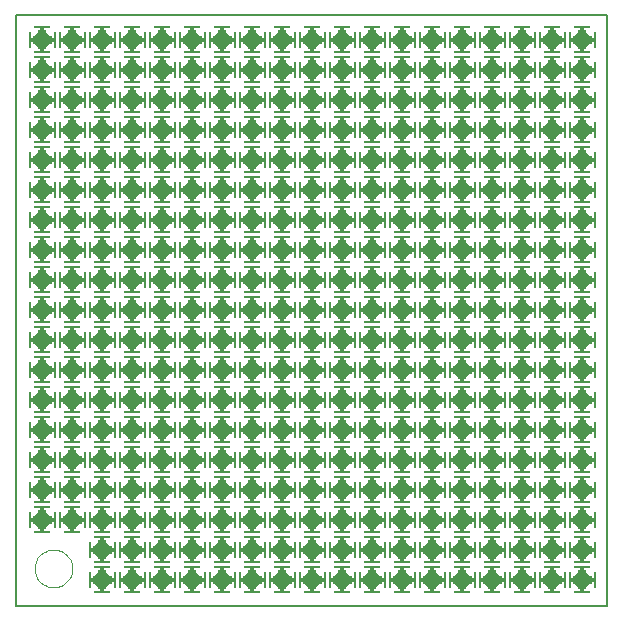
<source format=gtl>
G75*
%MOIN*%
%OFA0B0*%
%FSLAX24Y24*%
%IPPOS*%
%LPD*%
%AMOC8*
5,1,8,0,0,1.08239X$1,22.5*
%
%ADD10C,0.0079*%
%ADD11C,0.0000*%
%ADD12R,0.0063X0.0250*%
%ADD13R,0.0094X0.0563*%
%ADD14R,0.0250X0.0063*%
%ADD15R,0.0563X0.0094*%
%ADD16R,0.0125X0.0125*%
%ADD17OC8,0.0531*%
D10*
X000139Y000139D02*
X000139Y019824D01*
X019824Y019824D01*
X019824Y000139D01*
X000139Y000139D01*
D11*
X000759Y001389D02*
X000761Y001439D01*
X000767Y001489D01*
X000777Y001538D01*
X000791Y001586D01*
X000808Y001633D01*
X000829Y001678D01*
X000854Y001722D01*
X000882Y001763D01*
X000914Y001802D01*
X000948Y001839D01*
X000985Y001873D01*
X001025Y001903D01*
X001067Y001930D01*
X001111Y001954D01*
X001157Y001975D01*
X001204Y001991D01*
X001252Y002004D01*
X001302Y002013D01*
X001351Y002018D01*
X001402Y002019D01*
X001452Y002016D01*
X001501Y002009D01*
X001550Y001998D01*
X001598Y001983D01*
X001644Y001965D01*
X001689Y001943D01*
X001732Y001917D01*
X001773Y001888D01*
X001812Y001856D01*
X001848Y001821D01*
X001880Y001783D01*
X001910Y001743D01*
X001937Y001700D01*
X001960Y001656D01*
X001979Y001610D01*
X001995Y001562D01*
X002007Y001513D01*
X002015Y001464D01*
X002019Y001414D01*
X002019Y001364D01*
X002015Y001314D01*
X002007Y001265D01*
X001995Y001216D01*
X001979Y001168D01*
X001960Y001122D01*
X001937Y001078D01*
X001910Y001035D01*
X001880Y000995D01*
X001848Y000957D01*
X001812Y000922D01*
X001773Y000890D01*
X001732Y000861D01*
X001689Y000835D01*
X001644Y000813D01*
X001598Y000795D01*
X001550Y000780D01*
X001501Y000769D01*
X001452Y000762D01*
X001402Y000759D01*
X001351Y000760D01*
X001302Y000765D01*
X001252Y000774D01*
X001204Y000787D01*
X001157Y000803D01*
X001111Y000824D01*
X001067Y000848D01*
X001025Y000875D01*
X000985Y000905D01*
X000948Y000939D01*
X000914Y000976D01*
X000882Y001015D01*
X000854Y001056D01*
X000829Y001100D01*
X000808Y001145D01*
X000791Y001192D01*
X000777Y001240D01*
X000767Y001289D01*
X000761Y001339D01*
X000759Y001389D01*
D12*
X000733Y003014D03*
X001296Y003014D03*
X001733Y003014D03*
X002296Y003014D03*
X002733Y003014D03*
X003296Y003014D03*
X003733Y003014D03*
X004296Y003014D03*
X004733Y003014D03*
X005296Y003014D03*
X005733Y003014D03*
X006296Y003014D03*
X006733Y003014D03*
X007296Y003014D03*
X007733Y003014D03*
X008296Y003014D03*
X008733Y003014D03*
X009296Y003014D03*
X009733Y003014D03*
X010296Y003014D03*
X010733Y003014D03*
X011296Y003014D03*
X011733Y003014D03*
X012296Y003014D03*
X012733Y003014D03*
X013296Y003014D03*
X013733Y003014D03*
X014296Y003014D03*
X014733Y003014D03*
X015296Y003014D03*
X015733Y003014D03*
X016296Y003014D03*
X016733Y003014D03*
X017296Y003014D03*
X017733Y003014D03*
X018296Y003014D03*
X018733Y003014D03*
X019296Y003014D03*
X019296Y002014D03*
X018733Y002014D03*
X018296Y002014D03*
X017733Y002014D03*
X017296Y002014D03*
X016733Y002014D03*
X016296Y002014D03*
X015733Y002014D03*
X015296Y002014D03*
X014733Y002014D03*
X014296Y002014D03*
X013733Y002014D03*
X013296Y002014D03*
X012733Y002014D03*
X012296Y002014D03*
X011733Y002014D03*
X011296Y002014D03*
X010733Y002014D03*
X010296Y002014D03*
X009733Y002014D03*
X009296Y002014D03*
X008733Y002014D03*
X008296Y002014D03*
X007733Y002014D03*
X007296Y002014D03*
X006733Y002014D03*
X006296Y002014D03*
X005733Y002014D03*
X005296Y002014D03*
X004733Y002014D03*
X004296Y002014D03*
X003733Y002014D03*
X003296Y002014D03*
X002733Y002014D03*
X002733Y001014D03*
X003296Y001014D03*
X003733Y001014D03*
X004296Y001014D03*
X004733Y001014D03*
X005296Y001014D03*
X005733Y001014D03*
X006296Y001014D03*
X006733Y001014D03*
X007296Y001014D03*
X007733Y001014D03*
X008296Y001014D03*
X008733Y001014D03*
X009296Y001014D03*
X009733Y001014D03*
X010296Y001014D03*
X010733Y001014D03*
X011296Y001014D03*
X011733Y001014D03*
X012296Y001014D03*
X012733Y001014D03*
X013296Y001014D03*
X013733Y001014D03*
X014296Y001014D03*
X014733Y001014D03*
X015296Y001014D03*
X015733Y001014D03*
X016296Y001014D03*
X016733Y001014D03*
X017296Y001014D03*
X017733Y001014D03*
X018296Y001014D03*
X018733Y001014D03*
X019296Y001014D03*
X019296Y004014D03*
X018733Y004014D03*
X018296Y004014D03*
X017733Y004014D03*
X017296Y004014D03*
X016733Y004014D03*
X016296Y004014D03*
X015733Y004014D03*
X015296Y004014D03*
X014733Y004014D03*
X014296Y004014D03*
X013733Y004014D03*
X013296Y004014D03*
X012733Y004014D03*
X012296Y004014D03*
X011733Y004014D03*
X011296Y004014D03*
X010733Y004014D03*
X010296Y004014D03*
X009733Y004014D03*
X009296Y004014D03*
X008733Y004014D03*
X008296Y004014D03*
X007733Y004014D03*
X007296Y004014D03*
X006733Y004014D03*
X006296Y004014D03*
X005733Y004014D03*
X005296Y004014D03*
X004733Y004014D03*
X004296Y004014D03*
X003733Y004014D03*
X003296Y004014D03*
X002733Y004014D03*
X002296Y004014D03*
X001733Y004014D03*
X001296Y004014D03*
X000733Y004014D03*
X000733Y005014D03*
X001296Y005014D03*
X001733Y005014D03*
X002296Y005014D03*
X002733Y005014D03*
X003296Y005014D03*
X003733Y005014D03*
X004296Y005014D03*
X004733Y005014D03*
X005296Y005014D03*
X005733Y005014D03*
X006296Y005014D03*
X006733Y005014D03*
X007296Y005014D03*
X007733Y005014D03*
X008296Y005014D03*
X008733Y005014D03*
X009296Y005014D03*
X009733Y005014D03*
X010296Y005014D03*
X010733Y005014D03*
X011296Y005014D03*
X011733Y005014D03*
X012296Y005014D03*
X012733Y005014D03*
X013296Y005014D03*
X013733Y005014D03*
X014296Y005014D03*
X014733Y005014D03*
X015296Y005014D03*
X015733Y005014D03*
X016296Y005014D03*
X016733Y005014D03*
X017296Y005014D03*
X017733Y005014D03*
X018296Y005014D03*
X018733Y005014D03*
X019296Y005014D03*
X019296Y006014D03*
X018733Y006014D03*
X018296Y006014D03*
X017733Y006014D03*
X017296Y006014D03*
X016733Y006014D03*
X016296Y006014D03*
X015733Y006014D03*
X015296Y006014D03*
X014733Y006014D03*
X014296Y006014D03*
X013733Y006014D03*
X013296Y006014D03*
X012733Y006014D03*
X012296Y006014D03*
X011733Y006014D03*
X011296Y006014D03*
X010733Y006014D03*
X010296Y006014D03*
X009733Y006014D03*
X009296Y006014D03*
X008733Y006014D03*
X008296Y006014D03*
X007733Y006014D03*
X007296Y006014D03*
X006733Y006014D03*
X006296Y006014D03*
X005733Y006014D03*
X005296Y006014D03*
X004733Y006014D03*
X004296Y006014D03*
X003733Y006014D03*
X003296Y006014D03*
X002733Y006014D03*
X002296Y006014D03*
X001733Y006014D03*
X001296Y006014D03*
X000733Y006014D03*
X000733Y007014D03*
X001296Y007014D03*
X001733Y007014D03*
X002296Y007014D03*
X002733Y007014D03*
X003296Y007014D03*
X003733Y007014D03*
X004296Y007014D03*
X004733Y007014D03*
X005296Y007014D03*
X005733Y007014D03*
X006296Y007014D03*
X006733Y007014D03*
X007296Y007014D03*
X007733Y007014D03*
X008296Y007014D03*
X008733Y007014D03*
X009296Y007014D03*
X009733Y007014D03*
X010296Y007014D03*
X010733Y007014D03*
X011296Y007014D03*
X011733Y007014D03*
X012296Y007014D03*
X012733Y007014D03*
X013296Y007014D03*
X013733Y007014D03*
X014296Y007014D03*
X014733Y007014D03*
X015296Y007014D03*
X015733Y007014D03*
X016296Y007014D03*
X016733Y007014D03*
X017296Y007014D03*
X017733Y007014D03*
X018296Y007014D03*
X018733Y007014D03*
X019296Y007014D03*
X019296Y008014D03*
X018733Y008014D03*
X018296Y008014D03*
X017733Y008014D03*
X017296Y008014D03*
X016733Y008014D03*
X016296Y008014D03*
X015733Y008014D03*
X015296Y008014D03*
X014733Y008014D03*
X014296Y008014D03*
X013733Y008014D03*
X013296Y008014D03*
X012733Y008014D03*
X012296Y008014D03*
X011733Y008014D03*
X011296Y008014D03*
X010733Y008014D03*
X010296Y008014D03*
X009733Y008014D03*
X009296Y008014D03*
X008733Y008014D03*
X008296Y008014D03*
X007733Y008014D03*
X007296Y008014D03*
X006733Y008014D03*
X006296Y008014D03*
X005733Y008014D03*
X005296Y008014D03*
X004733Y008014D03*
X004296Y008014D03*
X003733Y008014D03*
X003296Y008014D03*
X002733Y008014D03*
X002296Y008014D03*
X001733Y008014D03*
X001296Y008014D03*
X000733Y008014D03*
X000733Y009014D03*
X001296Y009014D03*
X001733Y009014D03*
X002296Y009014D03*
X002733Y009014D03*
X003296Y009014D03*
X003733Y009014D03*
X004296Y009014D03*
X004733Y009014D03*
X005296Y009014D03*
X005733Y009014D03*
X006296Y009014D03*
X006733Y009014D03*
X007296Y009014D03*
X007733Y009014D03*
X008296Y009014D03*
X008733Y009014D03*
X009296Y009014D03*
X009733Y009014D03*
X010296Y009014D03*
X010733Y009014D03*
X011296Y009014D03*
X011733Y009014D03*
X012296Y009014D03*
X012733Y009014D03*
X013296Y009014D03*
X013733Y009014D03*
X014296Y009014D03*
X014733Y009014D03*
X015296Y009014D03*
X015733Y009014D03*
X016296Y009014D03*
X016733Y009014D03*
X017296Y009014D03*
X017733Y009014D03*
X018296Y009014D03*
X018733Y009014D03*
X019296Y009014D03*
X019296Y010014D03*
X018733Y010014D03*
X018296Y010014D03*
X017733Y010014D03*
X017296Y010014D03*
X016733Y010014D03*
X016296Y010014D03*
X015733Y010014D03*
X015296Y010014D03*
X014733Y010014D03*
X014296Y010014D03*
X013733Y010014D03*
X013296Y010014D03*
X012733Y010014D03*
X012296Y010014D03*
X011733Y010014D03*
X011296Y010014D03*
X010733Y010014D03*
X010296Y010014D03*
X009733Y010014D03*
X009296Y010014D03*
X008733Y010014D03*
X008296Y010014D03*
X007733Y010014D03*
X007296Y010014D03*
X006733Y010014D03*
X006296Y010014D03*
X005733Y010014D03*
X005296Y010014D03*
X004733Y010014D03*
X004296Y010014D03*
X003733Y010014D03*
X003296Y010014D03*
X002733Y010014D03*
X002296Y010014D03*
X001733Y010014D03*
X001296Y010014D03*
X000733Y010014D03*
X000733Y011014D03*
X001296Y011014D03*
X001733Y011014D03*
X002296Y011014D03*
X002733Y011014D03*
X003296Y011014D03*
X003733Y011014D03*
X004296Y011014D03*
X004733Y011014D03*
X005296Y011014D03*
X005733Y011014D03*
X006296Y011014D03*
X006733Y011014D03*
X007296Y011014D03*
X007733Y011014D03*
X008296Y011014D03*
X008733Y011014D03*
X009296Y011014D03*
X009733Y011014D03*
X010296Y011014D03*
X010733Y011014D03*
X011296Y011014D03*
X011733Y011014D03*
X012296Y011014D03*
X012733Y011014D03*
X013296Y011014D03*
X013733Y011014D03*
X014296Y011014D03*
X014733Y011014D03*
X015296Y011014D03*
X015733Y011014D03*
X016296Y011014D03*
X016733Y011014D03*
X017296Y011014D03*
X017733Y011014D03*
X018296Y011014D03*
X018733Y011014D03*
X019296Y011014D03*
X019296Y012014D03*
X018733Y012014D03*
X018296Y012014D03*
X017733Y012014D03*
X017296Y012014D03*
X016733Y012014D03*
X016296Y012014D03*
X015733Y012014D03*
X015296Y012014D03*
X014733Y012014D03*
X014296Y012014D03*
X013733Y012014D03*
X013296Y012014D03*
X012733Y012014D03*
X012296Y012014D03*
X011733Y012014D03*
X011296Y012014D03*
X010733Y012014D03*
X010296Y012014D03*
X009733Y012014D03*
X009296Y012014D03*
X008733Y012014D03*
X008296Y012014D03*
X007733Y012014D03*
X007296Y012014D03*
X006733Y012014D03*
X006296Y012014D03*
X005733Y012014D03*
X005296Y012014D03*
X004733Y012014D03*
X004296Y012014D03*
X003733Y012014D03*
X003296Y012014D03*
X002733Y012014D03*
X002296Y012014D03*
X001733Y012014D03*
X001296Y012014D03*
X000733Y012014D03*
X000733Y013014D03*
X001296Y013014D03*
X001733Y013014D03*
X002296Y013014D03*
X002733Y013014D03*
X003296Y013014D03*
X003733Y013014D03*
X004296Y013014D03*
X004733Y013014D03*
X005296Y013014D03*
X005733Y013014D03*
X006296Y013014D03*
X006733Y013014D03*
X007296Y013014D03*
X007733Y013014D03*
X008296Y013014D03*
X008733Y013014D03*
X009296Y013014D03*
X009733Y013014D03*
X010296Y013014D03*
X010733Y013014D03*
X011296Y013014D03*
X011733Y013014D03*
X012296Y013014D03*
X012733Y013014D03*
X013296Y013014D03*
X013733Y013014D03*
X014296Y013014D03*
X014733Y013014D03*
X015296Y013014D03*
X015733Y013014D03*
X016296Y013014D03*
X016733Y013014D03*
X017296Y013014D03*
X017733Y013014D03*
X018296Y013014D03*
X018733Y013014D03*
X019296Y013014D03*
X019296Y014014D03*
X018733Y014014D03*
X018296Y014014D03*
X017733Y014014D03*
X017296Y014014D03*
X016733Y014014D03*
X016296Y014014D03*
X015733Y014014D03*
X015296Y014014D03*
X014733Y014014D03*
X014296Y014014D03*
X013733Y014014D03*
X013296Y014014D03*
X012733Y014014D03*
X012296Y014014D03*
X011733Y014014D03*
X011296Y014014D03*
X010733Y014014D03*
X010296Y014014D03*
X009733Y014014D03*
X009296Y014014D03*
X008733Y014014D03*
X008296Y014014D03*
X007733Y014014D03*
X007296Y014014D03*
X006733Y014014D03*
X006296Y014014D03*
X005733Y014014D03*
X005296Y014014D03*
X004733Y014014D03*
X004296Y014014D03*
X003733Y014014D03*
X003296Y014014D03*
X002733Y014014D03*
X002296Y014014D03*
X001733Y014014D03*
X001296Y014014D03*
X000733Y014014D03*
X000733Y015014D03*
X001296Y015014D03*
X001733Y015014D03*
X002296Y015014D03*
X002733Y015014D03*
X003296Y015014D03*
X003733Y015014D03*
X004296Y015014D03*
X004733Y015014D03*
X005296Y015014D03*
X005733Y015014D03*
X006296Y015014D03*
X006733Y015014D03*
X007296Y015014D03*
X007733Y015014D03*
X008296Y015014D03*
X008733Y015014D03*
X009296Y015014D03*
X009733Y015014D03*
X010296Y015014D03*
X010733Y015014D03*
X011296Y015014D03*
X011733Y015014D03*
X012296Y015014D03*
X012733Y015014D03*
X013296Y015014D03*
X013733Y015014D03*
X014296Y015014D03*
X014733Y015014D03*
X015296Y015014D03*
X015733Y015014D03*
X016296Y015014D03*
X016733Y015014D03*
X017296Y015014D03*
X017733Y015014D03*
X018296Y015014D03*
X018733Y015014D03*
X019296Y015014D03*
X019296Y016014D03*
X018733Y016014D03*
X018296Y016014D03*
X017733Y016014D03*
X017296Y016014D03*
X016733Y016014D03*
X016296Y016014D03*
X015733Y016014D03*
X015296Y016014D03*
X014733Y016014D03*
X014296Y016014D03*
X013733Y016014D03*
X013296Y016014D03*
X012733Y016014D03*
X012296Y016014D03*
X011733Y016014D03*
X011296Y016014D03*
X010733Y016014D03*
X010296Y016014D03*
X009733Y016014D03*
X009296Y016014D03*
X008733Y016014D03*
X008296Y016014D03*
X007733Y016014D03*
X007296Y016014D03*
X006733Y016014D03*
X006296Y016014D03*
X005733Y016014D03*
X005296Y016014D03*
X004733Y016014D03*
X004296Y016014D03*
X003733Y016014D03*
X003296Y016014D03*
X002733Y016014D03*
X002296Y016014D03*
X001733Y016014D03*
X001296Y016014D03*
X000733Y016014D03*
X000733Y017014D03*
X001296Y017014D03*
X001733Y017014D03*
X002296Y017014D03*
X002733Y017014D03*
X003296Y017014D03*
X003733Y017014D03*
X004296Y017014D03*
X004733Y017014D03*
X005296Y017014D03*
X005733Y017014D03*
X006296Y017014D03*
X006733Y017014D03*
X007296Y017014D03*
X007733Y017014D03*
X008296Y017014D03*
X008733Y017014D03*
X009296Y017014D03*
X009733Y017014D03*
X010296Y017014D03*
X010733Y017014D03*
X011296Y017014D03*
X011733Y017014D03*
X012296Y017014D03*
X012733Y017014D03*
X013296Y017014D03*
X013733Y017014D03*
X014296Y017014D03*
X014733Y017014D03*
X015296Y017014D03*
X015733Y017014D03*
X016296Y017014D03*
X016733Y017014D03*
X017296Y017014D03*
X017733Y017014D03*
X018296Y017014D03*
X018733Y017014D03*
X019296Y017014D03*
X019296Y018014D03*
X018733Y018014D03*
X018296Y018014D03*
X017733Y018014D03*
X017296Y018014D03*
X016733Y018014D03*
X016296Y018014D03*
X015733Y018014D03*
X015296Y018014D03*
X014733Y018014D03*
X014296Y018014D03*
X013733Y018014D03*
X013296Y018014D03*
X012733Y018014D03*
X012296Y018014D03*
X011733Y018014D03*
X011296Y018014D03*
X010733Y018014D03*
X010296Y018014D03*
X009733Y018014D03*
X009296Y018014D03*
X008733Y018014D03*
X008296Y018014D03*
X007733Y018014D03*
X007296Y018014D03*
X006733Y018014D03*
X006296Y018014D03*
X005733Y018014D03*
X005296Y018014D03*
X004733Y018014D03*
X004296Y018014D03*
X003733Y018014D03*
X003296Y018014D03*
X002733Y018014D03*
X002296Y018014D03*
X001733Y018014D03*
X001296Y018014D03*
X000733Y018014D03*
X000733Y019014D03*
X001296Y019014D03*
X001733Y019014D03*
X002296Y019014D03*
X002733Y019014D03*
X003296Y019014D03*
X003733Y019014D03*
X004296Y019014D03*
X004733Y019014D03*
X005296Y019014D03*
X005733Y019014D03*
X006296Y019014D03*
X006733Y019014D03*
X007296Y019014D03*
X007733Y019014D03*
X008296Y019014D03*
X008733Y019014D03*
X009296Y019014D03*
X009733Y019014D03*
X010296Y019014D03*
X010733Y019014D03*
X011296Y019014D03*
X011733Y019014D03*
X012296Y019014D03*
X012733Y019014D03*
X013296Y019014D03*
X013733Y019014D03*
X014296Y019014D03*
X014733Y019014D03*
X015296Y019014D03*
X015733Y019014D03*
X016296Y019014D03*
X016733Y019014D03*
X017296Y019014D03*
X017733Y019014D03*
X018296Y019014D03*
X018733Y019014D03*
X019296Y019014D03*
D13*
X019436Y019014D03*
X018592Y019014D03*
X018436Y019014D03*
X017592Y019014D03*
X017436Y019014D03*
X016592Y019014D03*
X016436Y019014D03*
X015592Y019014D03*
X015436Y019014D03*
X014592Y019014D03*
X014436Y019014D03*
X013592Y019014D03*
X013436Y019014D03*
X012592Y019014D03*
X012436Y019014D03*
X011592Y019014D03*
X011436Y019014D03*
X010592Y019014D03*
X010436Y019014D03*
X009592Y019014D03*
X009436Y019014D03*
X008592Y019014D03*
X008436Y019014D03*
X007592Y019014D03*
X007436Y019014D03*
X006592Y019014D03*
X006436Y019014D03*
X005592Y019014D03*
X005436Y019014D03*
X004592Y019014D03*
X004436Y019014D03*
X003592Y019014D03*
X003436Y019014D03*
X002592Y019014D03*
X002436Y019014D03*
X001592Y019014D03*
X001436Y019014D03*
X000592Y019014D03*
X000592Y018014D03*
X001436Y018014D03*
X001592Y018014D03*
X002436Y018014D03*
X002592Y018014D03*
X003436Y018014D03*
X003592Y018014D03*
X004436Y018014D03*
X004592Y018014D03*
X005436Y018014D03*
X005592Y018014D03*
X006436Y018014D03*
X006592Y018014D03*
X007436Y018014D03*
X007592Y018014D03*
X008436Y018014D03*
X008592Y018014D03*
X009436Y018014D03*
X009592Y018014D03*
X010436Y018014D03*
X010592Y018014D03*
X011436Y018014D03*
X011592Y018014D03*
X012436Y018014D03*
X012592Y018014D03*
X013436Y018014D03*
X013592Y018014D03*
X014436Y018014D03*
X014592Y018014D03*
X015436Y018014D03*
X015592Y018014D03*
X016436Y018014D03*
X016592Y018014D03*
X017436Y018014D03*
X017592Y018014D03*
X018436Y018014D03*
X018592Y018014D03*
X019436Y018014D03*
X019436Y017014D03*
X018592Y017014D03*
X018436Y017014D03*
X017592Y017014D03*
X017436Y017014D03*
X016592Y017014D03*
X016436Y017014D03*
X015592Y017014D03*
X015436Y017014D03*
X014592Y017014D03*
X014436Y017014D03*
X013592Y017014D03*
X013436Y017014D03*
X012592Y017014D03*
X012436Y017014D03*
X011592Y017014D03*
X011436Y017014D03*
X010592Y017014D03*
X010436Y017014D03*
X009592Y017014D03*
X009436Y017014D03*
X008592Y017014D03*
X008436Y017014D03*
X007592Y017014D03*
X007436Y017014D03*
X006592Y017014D03*
X006436Y017014D03*
X005592Y017014D03*
X005436Y017014D03*
X004592Y017014D03*
X004436Y017014D03*
X003592Y017014D03*
X003436Y017014D03*
X002592Y017014D03*
X002436Y017014D03*
X001592Y017014D03*
X001436Y017014D03*
X000592Y017014D03*
X000592Y016014D03*
X001436Y016014D03*
X001592Y016014D03*
X002436Y016014D03*
X002592Y016014D03*
X003436Y016014D03*
X003592Y016014D03*
X004436Y016014D03*
X004592Y016014D03*
X005436Y016014D03*
X005592Y016014D03*
X006436Y016014D03*
X006592Y016014D03*
X007436Y016014D03*
X007592Y016014D03*
X008436Y016014D03*
X008592Y016014D03*
X009436Y016014D03*
X009592Y016014D03*
X010436Y016014D03*
X010592Y016014D03*
X011436Y016014D03*
X011592Y016014D03*
X012436Y016014D03*
X012592Y016014D03*
X013436Y016014D03*
X013592Y016014D03*
X014436Y016014D03*
X014592Y016014D03*
X015436Y016014D03*
X015592Y016014D03*
X016436Y016014D03*
X016592Y016014D03*
X017436Y016014D03*
X017592Y016014D03*
X018436Y016014D03*
X018592Y016014D03*
X019436Y016014D03*
X019436Y015014D03*
X018592Y015014D03*
X018436Y015014D03*
X017592Y015014D03*
X017436Y015014D03*
X016592Y015014D03*
X016436Y015014D03*
X015592Y015014D03*
X015436Y015014D03*
X014592Y015014D03*
X014436Y015014D03*
X013592Y015014D03*
X013436Y015014D03*
X012592Y015014D03*
X012436Y015014D03*
X011592Y015014D03*
X011436Y015014D03*
X010592Y015014D03*
X010436Y015014D03*
X009592Y015014D03*
X009436Y015014D03*
X008592Y015014D03*
X008436Y015014D03*
X007592Y015014D03*
X007436Y015014D03*
X006592Y015014D03*
X006436Y015014D03*
X005592Y015014D03*
X005436Y015014D03*
X004592Y015014D03*
X004436Y015014D03*
X003592Y015014D03*
X003436Y015014D03*
X002592Y015014D03*
X002436Y015014D03*
X001592Y015014D03*
X001436Y015014D03*
X000592Y015014D03*
X000592Y014014D03*
X001436Y014014D03*
X001592Y014014D03*
X002436Y014014D03*
X002592Y014014D03*
X003436Y014014D03*
X003592Y014014D03*
X004436Y014014D03*
X004592Y014014D03*
X005436Y014014D03*
X005592Y014014D03*
X006436Y014014D03*
X006592Y014014D03*
X007436Y014014D03*
X007592Y014014D03*
X008436Y014014D03*
X008592Y014014D03*
X009436Y014014D03*
X009592Y014014D03*
X010436Y014014D03*
X010592Y014014D03*
X011436Y014014D03*
X011592Y014014D03*
X012436Y014014D03*
X012592Y014014D03*
X013436Y014014D03*
X013592Y014014D03*
X014436Y014014D03*
X014592Y014014D03*
X015436Y014014D03*
X015592Y014014D03*
X016436Y014014D03*
X016592Y014014D03*
X017436Y014014D03*
X017592Y014014D03*
X018436Y014014D03*
X018592Y014014D03*
X019436Y014014D03*
X019436Y013014D03*
X018592Y013014D03*
X018436Y013014D03*
X017592Y013014D03*
X017436Y013014D03*
X016592Y013014D03*
X016436Y013014D03*
X015592Y013014D03*
X015436Y013014D03*
X014592Y013014D03*
X014436Y013014D03*
X013592Y013014D03*
X013436Y013014D03*
X012592Y013014D03*
X012436Y013014D03*
X011592Y013014D03*
X011436Y013014D03*
X010592Y013014D03*
X010436Y013014D03*
X009592Y013014D03*
X009436Y013014D03*
X008592Y013014D03*
X008436Y013014D03*
X007592Y013014D03*
X007436Y013014D03*
X006592Y013014D03*
X006436Y013014D03*
X005592Y013014D03*
X005436Y013014D03*
X004592Y013014D03*
X004436Y013014D03*
X003592Y013014D03*
X003436Y013014D03*
X002592Y013014D03*
X002436Y013014D03*
X001592Y013014D03*
X001436Y013014D03*
X000592Y013014D03*
X000592Y012014D03*
X001436Y012014D03*
X001592Y012014D03*
X002436Y012014D03*
X002592Y012014D03*
X003436Y012014D03*
X003592Y012014D03*
X004436Y012014D03*
X004592Y012014D03*
X005436Y012014D03*
X005592Y012014D03*
X006436Y012014D03*
X006592Y012014D03*
X007436Y012014D03*
X007592Y012014D03*
X008436Y012014D03*
X008592Y012014D03*
X009436Y012014D03*
X009592Y012014D03*
X010436Y012014D03*
X010592Y012014D03*
X011436Y012014D03*
X011592Y012014D03*
X012436Y012014D03*
X012592Y012014D03*
X013436Y012014D03*
X013592Y012014D03*
X014436Y012014D03*
X014592Y012014D03*
X015436Y012014D03*
X015592Y012014D03*
X016436Y012014D03*
X016592Y012014D03*
X017436Y012014D03*
X017592Y012014D03*
X018436Y012014D03*
X018592Y012014D03*
X019436Y012014D03*
X019436Y011014D03*
X018592Y011014D03*
X018436Y011014D03*
X017592Y011014D03*
X017436Y011014D03*
X016592Y011014D03*
X016436Y011014D03*
X015592Y011014D03*
X015436Y011014D03*
X014592Y011014D03*
X014436Y011014D03*
X013592Y011014D03*
X013436Y011014D03*
X012592Y011014D03*
X012436Y011014D03*
X011592Y011014D03*
X011436Y011014D03*
X010592Y011014D03*
X010436Y011014D03*
X009592Y011014D03*
X009436Y011014D03*
X008592Y011014D03*
X008436Y011014D03*
X007592Y011014D03*
X007436Y011014D03*
X006592Y011014D03*
X006436Y011014D03*
X005592Y011014D03*
X005436Y011014D03*
X004592Y011014D03*
X004436Y011014D03*
X003592Y011014D03*
X003436Y011014D03*
X002592Y011014D03*
X002436Y011014D03*
X001592Y011014D03*
X001436Y011014D03*
X000592Y011014D03*
X000592Y010014D03*
X001436Y010014D03*
X001592Y010014D03*
X002436Y010014D03*
X002592Y010014D03*
X003436Y010014D03*
X003592Y010014D03*
X004436Y010014D03*
X004592Y010014D03*
X005436Y010014D03*
X005592Y010014D03*
X006436Y010014D03*
X006592Y010014D03*
X007436Y010014D03*
X007592Y010014D03*
X008436Y010014D03*
X008592Y010014D03*
X009436Y010014D03*
X009592Y010014D03*
X010436Y010014D03*
X010592Y010014D03*
X011436Y010014D03*
X011592Y010014D03*
X012436Y010014D03*
X012592Y010014D03*
X013436Y010014D03*
X013592Y010014D03*
X014436Y010014D03*
X014592Y010014D03*
X015436Y010014D03*
X015592Y010014D03*
X016436Y010014D03*
X016592Y010014D03*
X017436Y010014D03*
X017592Y010014D03*
X018436Y010014D03*
X018592Y010014D03*
X019436Y010014D03*
X019436Y009014D03*
X018592Y009014D03*
X018436Y009014D03*
X017592Y009014D03*
X017436Y009014D03*
X016592Y009014D03*
X016436Y009014D03*
X015592Y009014D03*
X015436Y009014D03*
X014592Y009014D03*
X014436Y009014D03*
X013592Y009014D03*
X013436Y009014D03*
X012592Y009014D03*
X012436Y009014D03*
X011592Y009014D03*
X011436Y009014D03*
X010592Y009014D03*
X010436Y009014D03*
X009592Y009014D03*
X009436Y009014D03*
X008592Y009014D03*
X008436Y009014D03*
X007592Y009014D03*
X007436Y009014D03*
X006592Y009014D03*
X006436Y009014D03*
X005592Y009014D03*
X005436Y009014D03*
X004592Y009014D03*
X004436Y009014D03*
X003592Y009014D03*
X003436Y009014D03*
X002592Y009014D03*
X002436Y009014D03*
X001592Y009014D03*
X001436Y009014D03*
X000592Y009014D03*
X000592Y008014D03*
X001436Y008014D03*
X001592Y008014D03*
X002436Y008014D03*
X002592Y008014D03*
X003436Y008014D03*
X003592Y008014D03*
X004436Y008014D03*
X004592Y008014D03*
X005436Y008014D03*
X005592Y008014D03*
X006436Y008014D03*
X006592Y008014D03*
X007436Y008014D03*
X007592Y008014D03*
X008436Y008014D03*
X008592Y008014D03*
X009436Y008014D03*
X009592Y008014D03*
X010436Y008014D03*
X010592Y008014D03*
X011436Y008014D03*
X011592Y008014D03*
X012436Y008014D03*
X012592Y008014D03*
X013436Y008014D03*
X013592Y008014D03*
X014436Y008014D03*
X014592Y008014D03*
X015436Y008014D03*
X015592Y008014D03*
X016436Y008014D03*
X016592Y008014D03*
X017436Y008014D03*
X017592Y008014D03*
X018436Y008014D03*
X018592Y008014D03*
X019436Y008014D03*
X019436Y007014D03*
X018592Y007014D03*
X018436Y007014D03*
X017592Y007014D03*
X017436Y007014D03*
X016592Y007014D03*
X016436Y007014D03*
X015592Y007014D03*
X015436Y007014D03*
X014592Y007014D03*
X014436Y007014D03*
X013592Y007014D03*
X013436Y007014D03*
X012592Y007014D03*
X012436Y007014D03*
X011592Y007014D03*
X011436Y007014D03*
X010592Y007014D03*
X010436Y007014D03*
X009592Y007014D03*
X009436Y007014D03*
X008592Y007014D03*
X008436Y007014D03*
X007592Y007014D03*
X007436Y007014D03*
X006592Y007014D03*
X006436Y007014D03*
X005592Y007014D03*
X005436Y007014D03*
X004592Y007014D03*
X004436Y007014D03*
X003592Y007014D03*
X003436Y007014D03*
X002592Y007014D03*
X002436Y007014D03*
X001592Y007014D03*
X001436Y007014D03*
X000592Y007014D03*
X000592Y006014D03*
X001436Y006014D03*
X001592Y006014D03*
X002436Y006014D03*
X002592Y006014D03*
X003436Y006014D03*
X003592Y006014D03*
X004436Y006014D03*
X004592Y006014D03*
X005436Y006014D03*
X005592Y006014D03*
X006436Y006014D03*
X006592Y006014D03*
X007436Y006014D03*
X007592Y006014D03*
X008436Y006014D03*
X008592Y006014D03*
X009436Y006014D03*
X009592Y006014D03*
X010436Y006014D03*
X010592Y006014D03*
X011436Y006014D03*
X011592Y006014D03*
X012436Y006014D03*
X012592Y006014D03*
X013436Y006014D03*
X013592Y006014D03*
X014436Y006014D03*
X014592Y006014D03*
X015436Y006014D03*
X015592Y006014D03*
X016436Y006014D03*
X016592Y006014D03*
X017436Y006014D03*
X017592Y006014D03*
X018436Y006014D03*
X018592Y006014D03*
X019436Y006014D03*
X019436Y005014D03*
X018592Y005014D03*
X018436Y005014D03*
X017592Y005014D03*
X017436Y005014D03*
X016592Y005014D03*
X016436Y005014D03*
X015592Y005014D03*
X015436Y005014D03*
X014592Y005014D03*
X014436Y005014D03*
X013592Y005014D03*
X013436Y005014D03*
X012592Y005014D03*
X012436Y005014D03*
X011592Y005014D03*
X011436Y005014D03*
X010592Y005014D03*
X010436Y005014D03*
X009592Y005014D03*
X009436Y005014D03*
X008592Y005014D03*
X008436Y005014D03*
X007592Y005014D03*
X007436Y005014D03*
X006592Y005014D03*
X006436Y005014D03*
X005592Y005014D03*
X005436Y005014D03*
X004592Y005014D03*
X004436Y005014D03*
X003592Y005014D03*
X003436Y005014D03*
X002592Y005014D03*
X002436Y005014D03*
X001592Y005014D03*
X001436Y005014D03*
X000592Y005014D03*
X000592Y004014D03*
X001436Y004014D03*
X001592Y004014D03*
X002436Y004014D03*
X002592Y004014D03*
X003436Y004014D03*
X003592Y004014D03*
X004436Y004014D03*
X004592Y004014D03*
X005436Y004014D03*
X005592Y004014D03*
X006436Y004014D03*
X006592Y004014D03*
X007436Y004014D03*
X007592Y004014D03*
X008436Y004014D03*
X008592Y004014D03*
X009436Y004014D03*
X009592Y004014D03*
X010436Y004014D03*
X010592Y004014D03*
X011436Y004014D03*
X011592Y004014D03*
X012436Y004014D03*
X012592Y004014D03*
X013436Y004014D03*
X013592Y004014D03*
X014436Y004014D03*
X014592Y004014D03*
X015436Y004014D03*
X015592Y004014D03*
X016436Y004014D03*
X016592Y004014D03*
X017436Y004014D03*
X017592Y004014D03*
X018436Y004014D03*
X018592Y004014D03*
X019436Y004014D03*
X019436Y003014D03*
X018592Y003014D03*
X018436Y003014D03*
X017592Y003014D03*
X017436Y003014D03*
X016592Y003014D03*
X016436Y003014D03*
X015592Y003014D03*
X015436Y003014D03*
X014592Y003014D03*
X014436Y003014D03*
X013592Y003014D03*
X013436Y003014D03*
X012592Y003014D03*
X012436Y003014D03*
X011592Y003014D03*
X011436Y003014D03*
X010592Y003014D03*
X010436Y003014D03*
X009592Y003014D03*
X009436Y003014D03*
X008592Y003014D03*
X008436Y003014D03*
X007592Y003014D03*
X007436Y003014D03*
X006592Y003014D03*
X006436Y003014D03*
X005592Y003014D03*
X005436Y003014D03*
X004592Y003014D03*
X004436Y003014D03*
X003592Y003014D03*
X003436Y003014D03*
X002592Y003014D03*
X002436Y003014D03*
X001592Y003014D03*
X001436Y003014D03*
X000592Y003014D03*
X002592Y002014D03*
X003436Y002014D03*
X003592Y002014D03*
X004436Y002014D03*
X004592Y002014D03*
X005436Y002014D03*
X005592Y002014D03*
X006436Y002014D03*
X006592Y002014D03*
X007436Y002014D03*
X007592Y002014D03*
X008436Y002014D03*
X008592Y002014D03*
X009436Y002014D03*
X009592Y002014D03*
X010436Y002014D03*
X010592Y002014D03*
X011436Y002014D03*
X011592Y002014D03*
X012436Y002014D03*
X012592Y002014D03*
X013436Y002014D03*
X013592Y002014D03*
X014436Y002014D03*
X014592Y002014D03*
X015436Y002014D03*
X015592Y002014D03*
X016436Y002014D03*
X016592Y002014D03*
X017436Y002014D03*
X017592Y002014D03*
X018436Y002014D03*
X018592Y002014D03*
X019436Y002014D03*
X019436Y001014D03*
X018592Y001014D03*
X018436Y001014D03*
X017592Y001014D03*
X017436Y001014D03*
X016592Y001014D03*
X016436Y001014D03*
X015592Y001014D03*
X015436Y001014D03*
X014592Y001014D03*
X014436Y001014D03*
X013592Y001014D03*
X013436Y001014D03*
X012592Y001014D03*
X012436Y001014D03*
X011592Y001014D03*
X011436Y001014D03*
X010592Y001014D03*
X010436Y001014D03*
X009592Y001014D03*
X009436Y001014D03*
X008592Y001014D03*
X008436Y001014D03*
X007592Y001014D03*
X007436Y001014D03*
X006592Y001014D03*
X006436Y001014D03*
X005592Y001014D03*
X005436Y001014D03*
X004592Y001014D03*
X004436Y001014D03*
X003592Y001014D03*
X003436Y001014D03*
X002592Y001014D03*
D14*
X003014Y000733D03*
X003014Y001296D03*
X003014Y001733D03*
X003014Y002296D03*
X003014Y002733D03*
X003014Y003296D03*
X003014Y003733D03*
X003014Y004296D03*
X003014Y004733D03*
X003014Y005296D03*
X003014Y005733D03*
X003014Y006296D03*
X003014Y006733D03*
X003014Y007296D03*
X003014Y007733D03*
X003014Y008296D03*
X003014Y008733D03*
X003014Y009296D03*
X003014Y009733D03*
X003014Y010296D03*
X003014Y010733D03*
X003014Y011296D03*
X003014Y011733D03*
X003014Y012296D03*
X003014Y012733D03*
X003014Y013296D03*
X003014Y013733D03*
X003014Y014296D03*
X003014Y014733D03*
X003014Y015296D03*
X003014Y015733D03*
X003014Y016296D03*
X003014Y016733D03*
X003014Y017296D03*
X003014Y017733D03*
X003014Y018296D03*
X003014Y018733D03*
X003014Y019296D03*
X002014Y019296D03*
X002014Y018733D03*
X002014Y018296D03*
X002014Y017733D03*
X002014Y017296D03*
X002014Y016733D03*
X002014Y016296D03*
X002014Y015733D03*
X002014Y015296D03*
X002014Y014733D03*
X002014Y014296D03*
X002014Y013733D03*
X002014Y013296D03*
X002014Y012733D03*
X002014Y012296D03*
X002014Y011733D03*
X002014Y011296D03*
X002014Y010733D03*
X002014Y010296D03*
X002014Y009733D03*
X002014Y009296D03*
X002014Y008733D03*
X002014Y008296D03*
X002014Y007733D03*
X002014Y007296D03*
X002014Y006733D03*
X002014Y006296D03*
X002014Y005733D03*
X002014Y005296D03*
X002014Y004733D03*
X002014Y004296D03*
X002014Y003733D03*
X002014Y003296D03*
X002014Y002733D03*
X001014Y002733D03*
X001014Y003296D03*
X001014Y003733D03*
X001014Y004296D03*
X001014Y004733D03*
X001014Y005296D03*
X001014Y005733D03*
X001014Y006296D03*
X001014Y006733D03*
X001014Y007296D03*
X001014Y007733D03*
X001014Y008296D03*
X001014Y008733D03*
X001014Y009296D03*
X001014Y009733D03*
X001014Y010296D03*
X001014Y010733D03*
X001014Y011296D03*
X001014Y011733D03*
X001014Y012296D03*
X001014Y012733D03*
X001014Y013296D03*
X001014Y013733D03*
X001014Y014296D03*
X001014Y014733D03*
X001014Y015296D03*
X001014Y015733D03*
X001014Y016296D03*
X001014Y016733D03*
X001014Y017296D03*
X001014Y017733D03*
X001014Y018296D03*
X001014Y018733D03*
X001014Y019296D03*
X004014Y019296D03*
X004014Y018733D03*
X004014Y018296D03*
X004014Y017733D03*
X004014Y017296D03*
X004014Y016733D03*
X004014Y016296D03*
X004014Y015733D03*
X004014Y015296D03*
X004014Y014733D03*
X004014Y014296D03*
X004014Y013733D03*
X004014Y013296D03*
X004014Y012733D03*
X004014Y012296D03*
X004014Y011733D03*
X004014Y011296D03*
X004014Y010733D03*
X004014Y010296D03*
X004014Y009733D03*
X004014Y009296D03*
X004014Y008733D03*
X004014Y008296D03*
X004014Y007733D03*
X004014Y007296D03*
X004014Y006733D03*
X004014Y006296D03*
X004014Y005733D03*
X004014Y005296D03*
X004014Y004733D03*
X004014Y004296D03*
X004014Y003733D03*
X004014Y003296D03*
X004014Y002733D03*
X004014Y002296D03*
X004014Y001733D03*
X004014Y001296D03*
X004014Y000733D03*
X005014Y000733D03*
X005014Y001296D03*
X005014Y001733D03*
X005014Y002296D03*
X005014Y002733D03*
X005014Y003296D03*
X005014Y003733D03*
X005014Y004296D03*
X005014Y004733D03*
X005014Y005296D03*
X005014Y005733D03*
X005014Y006296D03*
X005014Y006733D03*
X005014Y007296D03*
X005014Y007733D03*
X005014Y008296D03*
X005014Y008733D03*
X005014Y009296D03*
X005014Y009733D03*
X005014Y010296D03*
X005014Y010733D03*
X005014Y011296D03*
X005014Y011733D03*
X005014Y012296D03*
X005014Y012733D03*
X005014Y013296D03*
X005014Y013733D03*
X005014Y014296D03*
X005014Y014733D03*
X005014Y015296D03*
X005014Y015733D03*
X005014Y016296D03*
X005014Y016733D03*
X005014Y017296D03*
X005014Y017733D03*
X005014Y018296D03*
X005014Y018733D03*
X005014Y019296D03*
X006014Y019296D03*
X006014Y018733D03*
X006014Y018296D03*
X006014Y017733D03*
X006014Y017296D03*
X006014Y016733D03*
X006014Y016296D03*
X006014Y015733D03*
X006014Y015296D03*
X006014Y014733D03*
X006014Y014296D03*
X006014Y013733D03*
X006014Y013296D03*
X006014Y012733D03*
X006014Y012296D03*
X006014Y011733D03*
X006014Y011296D03*
X006014Y010733D03*
X006014Y010296D03*
X006014Y009733D03*
X006014Y009296D03*
X006014Y008733D03*
X006014Y008296D03*
X006014Y007733D03*
X006014Y007296D03*
X006014Y006733D03*
X006014Y006296D03*
X006014Y005733D03*
X006014Y005296D03*
X006014Y004733D03*
X006014Y004296D03*
X006014Y003733D03*
X006014Y003296D03*
X006014Y002733D03*
X006014Y002296D03*
X006014Y001733D03*
X006014Y001296D03*
X006014Y000733D03*
X007014Y000733D03*
X007014Y001296D03*
X007014Y001733D03*
X007014Y002296D03*
X007014Y002733D03*
X007014Y003296D03*
X007014Y003733D03*
X007014Y004296D03*
X007014Y004733D03*
X007014Y005296D03*
X007014Y005733D03*
X007014Y006296D03*
X007014Y006733D03*
X007014Y007296D03*
X007014Y007733D03*
X007014Y008296D03*
X007014Y008733D03*
X007014Y009296D03*
X007014Y009733D03*
X007014Y010296D03*
X007014Y010733D03*
X007014Y011296D03*
X007014Y011733D03*
X007014Y012296D03*
X007014Y012733D03*
X007014Y013296D03*
X007014Y013733D03*
X007014Y014296D03*
X007014Y014733D03*
X007014Y015296D03*
X007014Y015733D03*
X007014Y016296D03*
X007014Y016733D03*
X007014Y017296D03*
X007014Y017733D03*
X007014Y018296D03*
X007014Y018733D03*
X007014Y019296D03*
X008014Y019296D03*
X008014Y018733D03*
X008014Y018296D03*
X008014Y017733D03*
X008014Y017296D03*
X008014Y016733D03*
X008014Y016296D03*
X008014Y015733D03*
X008014Y015296D03*
X008014Y014733D03*
X008014Y014296D03*
X008014Y013733D03*
X008014Y013296D03*
X008014Y012733D03*
X008014Y012296D03*
X008014Y011733D03*
X008014Y011296D03*
X008014Y010733D03*
X008014Y010296D03*
X008014Y009733D03*
X008014Y009296D03*
X008014Y008733D03*
X008014Y008296D03*
X008014Y007733D03*
X008014Y007296D03*
X008014Y006733D03*
X008014Y006296D03*
X008014Y005733D03*
X008014Y005296D03*
X008014Y004733D03*
X008014Y004296D03*
X008014Y003733D03*
X008014Y003296D03*
X008014Y002733D03*
X008014Y002296D03*
X008014Y001733D03*
X008014Y001296D03*
X008014Y000733D03*
X009014Y000733D03*
X009014Y001296D03*
X009014Y001733D03*
X009014Y002296D03*
X009014Y002733D03*
X009014Y003296D03*
X009014Y003733D03*
X009014Y004296D03*
X009014Y004733D03*
X009014Y005296D03*
X009014Y005733D03*
X009014Y006296D03*
X009014Y006733D03*
X009014Y007296D03*
X009014Y007733D03*
X009014Y008296D03*
X009014Y008733D03*
X009014Y009296D03*
X009014Y009733D03*
X009014Y010296D03*
X009014Y010733D03*
X009014Y011296D03*
X009014Y011733D03*
X009014Y012296D03*
X009014Y012733D03*
X009014Y013296D03*
X009014Y013733D03*
X009014Y014296D03*
X009014Y014733D03*
X009014Y015296D03*
X009014Y015733D03*
X009014Y016296D03*
X009014Y016733D03*
X009014Y017296D03*
X009014Y017733D03*
X009014Y018296D03*
X009014Y018733D03*
X009014Y019296D03*
X010014Y019296D03*
X010014Y018733D03*
X010014Y018296D03*
X010014Y017733D03*
X010014Y017296D03*
X010014Y016733D03*
X010014Y016296D03*
X010014Y015733D03*
X010014Y015296D03*
X010014Y014733D03*
X010014Y014296D03*
X010014Y013733D03*
X010014Y013296D03*
X010014Y012733D03*
X010014Y012296D03*
X010014Y011733D03*
X010014Y011296D03*
X010014Y010733D03*
X010014Y010296D03*
X010014Y009733D03*
X010014Y009296D03*
X010014Y008733D03*
X010014Y008296D03*
X010014Y007733D03*
X010014Y007296D03*
X010014Y006733D03*
X010014Y006296D03*
X010014Y005733D03*
X010014Y005296D03*
X010014Y004733D03*
X010014Y004296D03*
X010014Y003733D03*
X010014Y003296D03*
X010014Y002733D03*
X010014Y002296D03*
X010014Y001733D03*
X010014Y001296D03*
X010014Y000733D03*
X011014Y000733D03*
X011014Y001296D03*
X011014Y001733D03*
X011014Y002296D03*
X011014Y002733D03*
X011014Y003296D03*
X011014Y003733D03*
X011014Y004296D03*
X011014Y004733D03*
X011014Y005296D03*
X011014Y005733D03*
X011014Y006296D03*
X011014Y006733D03*
X011014Y007296D03*
X011014Y007733D03*
X011014Y008296D03*
X011014Y008733D03*
X011014Y009296D03*
X011014Y009733D03*
X011014Y010296D03*
X011014Y010733D03*
X011014Y011296D03*
X011014Y011733D03*
X011014Y012296D03*
X011014Y012733D03*
X011014Y013296D03*
X011014Y013733D03*
X011014Y014296D03*
X011014Y014733D03*
X011014Y015296D03*
X011014Y015733D03*
X011014Y016296D03*
X011014Y016733D03*
X011014Y017296D03*
X011014Y017733D03*
X011014Y018296D03*
X011014Y018733D03*
X011014Y019296D03*
X012014Y019296D03*
X012014Y018733D03*
X012014Y018296D03*
X012014Y017733D03*
X012014Y017296D03*
X012014Y016733D03*
X012014Y016296D03*
X012014Y015733D03*
X012014Y015296D03*
X012014Y014733D03*
X012014Y014296D03*
X012014Y013733D03*
X012014Y013296D03*
X012014Y012733D03*
X012014Y012296D03*
X012014Y011733D03*
X012014Y011296D03*
X012014Y010733D03*
X012014Y010296D03*
X012014Y009733D03*
X012014Y009296D03*
X012014Y008733D03*
X012014Y008296D03*
X012014Y007733D03*
X012014Y007296D03*
X012014Y006733D03*
X012014Y006296D03*
X012014Y005733D03*
X012014Y005296D03*
X012014Y004733D03*
X012014Y004296D03*
X012014Y003733D03*
X012014Y003296D03*
X012014Y002733D03*
X012014Y002296D03*
X012014Y001733D03*
X012014Y001296D03*
X012014Y000733D03*
X013014Y000733D03*
X013014Y001296D03*
X013014Y001733D03*
X013014Y002296D03*
X013014Y002733D03*
X013014Y003296D03*
X013014Y003733D03*
X013014Y004296D03*
X013014Y004733D03*
X013014Y005296D03*
X013014Y005733D03*
X013014Y006296D03*
X013014Y006733D03*
X013014Y007296D03*
X013014Y007733D03*
X013014Y008296D03*
X013014Y008733D03*
X013014Y009296D03*
X013014Y009733D03*
X013014Y010296D03*
X013014Y010733D03*
X013014Y011296D03*
X013014Y011733D03*
X013014Y012296D03*
X013014Y012733D03*
X013014Y013296D03*
X013014Y013733D03*
X013014Y014296D03*
X013014Y014733D03*
X013014Y015296D03*
X013014Y015733D03*
X013014Y016296D03*
X013014Y016733D03*
X013014Y017296D03*
X013014Y017733D03*
X013014Y018296D03*
X013014Y018733D03*
X013014Y019296D03*
X014014Y019296D03*
X014014Y018733D03*
X014014Y018296D03*
X014014Y017733D03*
X014014Y017296D03*
X014014Y016733D03*
X014014Y016296D03*
X014014Y015733D03*
X014014Y015296D03*
X014014Y014733D03*
X014014Y014296D03*
X014014Y013733D03*
X014014Y013296D03*
X014014Y012733D03*
X014014Y012296D03*
X014014Y011733D03*
X014014Y011296D03*
X014014Y010733D03*
X014014Y010296D03*
X014014Y009733D03*
X014014Y009296D03*
X014014Y008733D03*
X014014Y008296D03*
X014014Y007733D03*
X014014Y007296D03*
X014014Y006733D03*
X014014Y006296D03*
X014014Y005733D03*
X014014Y005296D03*
X014014Y004733D03*
X014014Y004296D03*
X014014Y003733D03*
X014014Y003296D03*
X014014Y002733D03*
X014014Y002296D03*
X014014Y001733D03*
X014014Y001296D03*
X014014Y000733D03*
X015014Y000733D03*
X015014Y001296D03*
X015014Y001733D03*
X015014Y002296D03*
X015014Y002733D03*
X015014Y003296D03*
X015014Y003733D03*
X015014Y004296D03*
X015014Y004733D03*
X015014Y005296D03*
X015014Y005733D03*
X015014Y006296D03*
X015014Y006733D03*
X015014Y007296D03*
X015014Y007733D03*
X015014Y008296D03*
X015014Y008733D03*
X015014Y009296D03*
X015014Y009733D03*
X015014Y010296D03*
X015014Y010733D03*
X015014Y011296D03*
X015014Y011733D03*
X015014Y012296D03*
X015014Y012733D03*
X015014Y013296D03*
X015014Y013733D03*
X015014Y014296D03*
X015014Y014733D03*
X015014Y015296D03*
X015014Y015733D03*
X015014Y016296D03*
X015014Y016733D03*
X015014Y017296D03*
X015014Y017733D03*
X015014Y018296D03*
X015014Y018733D03*
X015014Y019296D03*
X016014Y019296D03*
X016014Y018733D03*
X016014Y018296D03*
X016014Y017733D03*
X016014Y017296D03*
X016014Y016733D03*
X016014Y016296D03*
X016014Y015733D03*
X016014Y015296D03*
X016014Y014733D03*
X016014Y014296D03*
X016014Y013733D03*
X016014Y013296D03*
X016014Y012733D03*
X016014Y012296D03*
X016014Y011733D03*
X016014Y011296D03*
X016014Y010733D03*
X016014Y010296D03*
X016014Y009733D03*
X016014Y009296D03*
X016014Y008733D03*
X016014Y008296D03*
X016014Y007733D03*
X016014Y007296D03*
X016014Y006733D03*
X016014Y006296D03*
X016014Y005733D03*
X016014Y005296D03*
X016014Y004733D03*
X016014Y004296D03*
X016014Y003733D03*
X016014Y003296D03*
X016014Y002733D03*
X016014Y002296D03*
X016014Y001733D03*
X016014Y001296D03*
X016014Y000733D03*
X017014Y000733D03*
X017014Y001296D03*
X017014Y001733D03*
X017014Y002296D03*
X017014Y002733D03*
X017014Y003296D03*
X017014Y003733D03*
X017014Y004296D03*
X017014Y004733D03*
X017014Y005296D03*
X017014Y005733D03*
X017014Y006296D03*
X017014Y006733D03*
X017014Y007296D03*
X017014Y007733D03*
X017014Y008296D03*
X017014Y008733D03*
X017014Y009296D03*
X017014Y009733D03*
X017014Y010296D03*
X017014Y010733D03*
X017014Y011296D03*
X017014Y011733D03*
X017014Y012296D03*
X017014Y012733D03*
X017014Y013296D03*
X017014Y013733D03*
X017014Y014296D03*
X017014Y014733D03*
X017014Y015296D03*
X017014Y015733D03*
X017014Y016296D03*
X017014Y016733D03*
X017014Y017296D03*
X017014Y017733D03*
X017014Y018296D03*
X017014Y018733D03*
X017014Y019296D03*
X018014Y019296D03*
X018014Y018733D03*
X018014Y018296D03*
X018014Y017733D03*
X018014Y017296D03*
X018014Y016733D03*
X018014Y016296D03*
X018014Y015733D03*
X018014Y015296D03*
X018014Y014733D03*
X018014Y014296D03*
X018014Y013733D03*
X018014Y013296D03*
X018014Y012733D03*
X018014Y012296D03*
X018014Y011733D03*
X018014Y011296D03*
X018014Y010733D03*
X018014Y010296D03*
X018014Y009733D03*
X018014Y009296D03*
X018014Y008733D03*
X018014Y008296D03*
X018014Y007733D03*
X018014Y007296D03*
X018014Y006733D03*
X018014Y006296D03*
X018014Y005733D03*
X018014Y005296D03*
X018014Y004733D03*
X018014Y004296D03*
X018014Y003733D03*
X018014Y003296D03*
X018014Y002733D03*
X018014Y002296D03*
X018014Y001733D03*
X018014Y001296D03*
X018014Y000733D03*
X019014Y000733D03*
X019014Y001296D03*
X019014Y001733D03*
X019014Y002296D03*
X019014Y002733D03*
X019014Y003296D03*
X019014Y003733D03*
X019014Y004296D03*
X019014Y004733D03*
X019014Y005296D03*
X019014Y005733D03*
X019014Y006296D03*
X019014Y006733D03*
X019014Y007296D03*
X019014Y007733D03*
X019014Y008296D03*
X019014Y008733D03*
X019014Y009296D03*
X019014Y009733D03*
X019014Y010296D03*
X019014Y010733D03*
X019014Y011296D03*
X019014Y011733D03*
X019014Y012296D03*
X019014Y012733D03*
X019014Y013296D03*
X019014Y013733D03*
X019014Y014296D03*
X019014Y014733D03*
X019014Y015296D03*
X019014Y015733D03*
X019014Y016296D03*
X019014Y016733D03*
X019014Y017296D03*
X019014Y017733D03*
X019014Y018296D03*
X019014Y018733D03*
X019014Y019296D03*
D15*
X019014Y019436D03*
X019014Y018592D03*
X019014Y018436D03*
X019014Y017592D03*
X019014Y017436D03*
X019014Y016592D03*
X019014Y016436D03*
X019014Y015592D03*
X019014Y015436D03*
X019014Y014592D03*
X019014Y014436D03*
X019014Y013592D03*
X019014Y013436D03*
X019014Y012592D03*
X019014Y012436D03*
X019014Y011592D03*
X019014Y011436D03*
X019014Y010592D03*
X019014Y010436D03*
X019014Y009592D03*
X019014Y009436D03*
X019014Y008592D03*
X019014Y008436D03*
X019014Y007592D03*
X019014Y007436D03*
X019014Y006592D03*
X019014Y006436D03*
X019014Y005592D03*
X019014Y005436D03*
X019014Y004592D03*
X019014Y004436D03*
X019014Y003592D03*
X019014Y003436D03*
X019014Y002592D03*
X019014Y002436D03*
X019014Y001592D03*
X019014Y001436D03*
X019014Y000592D03*
X018014Y000592D03*
X018014Y001436D03*
X018014Y001592D03*
X018014Y002436D03*
X018014Y002592D03*
X018014Y003436D03*
X018014Y003592D03*
X018014Y004436D03*
X018014Y004592D03*
X018014Y005436D03*
X018014Y005592D03*
X018014Y006436D03*
X018014Y006592D03*
X018014Y007436D03*
X018014Y007592D03*
X018014Y008436D03*
X018014Y008592D03*
X018014Y009436D03*
X018014Y009592D03*
X018014Y010436D03*
X018014Y010592D03*
X018014Y011436D03*
X018014Y011592D03*
X018014Y012436D03*
X018014Y012592D03*
X018014Y013436D03*
X018014Y013592D03*
X018014Y014436D03*
X018014Y014592D03*
X018014Y015436D03*
X018014Y015592D03*
X018014Y016436D03*
X018014Y016592D03*
X018014Y017436D03*
X018014Y017592D03*
X018014Y018436D03*
X018014Y018592D03*
X018014Y019436D03*
X017014Y019436D03*
X017014Y018592D03*
X017014Y018436D03*
X017014Y017592D03*
X017014Y017436D03*
X017014Y016592D03*
X017014Y016436D03*
X017014Y015592D03*
X017014Y015436D03*
X017014Y014592D03*
X017014Y014436D03*
X017014Y013592D03*
X017014Y013436D03*
X017014Y012592D03*
X017014Y012436D03*
X017014Y011592D03*
X017014Y011436D03*
X017014Y010592D03*
X017014Y010436D03*
X017014Y009592D03*
X017014Y009436D03*
X017014Y008592D03*
X017014Y008436D03*
X017014Y007592D03*
X017014Y007436D03*
X017014Y006592D03*
X017014Y006436D03*
X017014Y005592D03*
X017014Y005436D03*
X017014Y004592D03*
X017014Y004436D03*
X017014Y003592D03*
X017014Y003436D03*
X017014Y002592D03*
X017014Y002436D03*
X017014Y001592D03*
X017014Y001436D03*
X017014Y000592D03*
X016014Y000592D03*
X016014Y001436D03*
X016014Y001592D03*
X016014Y002436D03*
X016014Y002592D03*
X016014Y003436D03*
X016014Y003592D03*
X016014Y004436D03*
X016014Y004592D03*
X016014Y005436D03*
X016014Y005592D03*
X016014Y006436D03*
X016014Y006592D03*
X016014Y007436D03*
X016014Y007592D03*
X016014Y008436D03*
X016014Y008592D03*
X016014Y009436D03*
X016014Y009592D03*
X016014Y010436D03*
X016014Y010592D03*
X016014Y011436D03*
X016014Y011592D03*
X016014Y012436D03*
X016014Y012592D03*
X016014Y013436D03*
X016014Y013592D03*
X016014Y014436D03*
X016014Y014592D03*
X016014Y015436D03*
X016014Y015592D03*
X016014Y016436D03*
X016014Y016592D03*
X016014Y017436D03*
X016014Y017592D03*
X016014Y018436D03*
X016014Y018592D03*
X016014Y019436D03*
X015014Y019436D03*
X015014Y018592D03*
X015014Y018436D03*
X015014Y017592D03*
X015014Y017436D03*
X015014Y016592D03*
X015014Y016436D03*
X015014Y015592D03*
X015014Y015436D03*
X015014Y014592D03*
X015014Y014436D03*
X015014Y013592D03*
X015014Y013436D03*
X015014Y012592D03*
X015014Y012436D03*
X015014Y011592D03*
X015014Y011436D03*
X015014Y010592D03*
X015014Y010436D03*
X015014Y009592D03*
X015014Y009436D03*
X015014Y008592D03*
X015014Y008436D03*
X015014Y007592D03*
X015014Y007436D03*
X015014Y006592D03*
X015014Y006436D03*
X015014Y005592D03*
X015014Y005436D03*
X015014Y004592D03*
X015014Y004436D03*
X015014Y003592D03*
X015014Y003436D03*
X015014Y002592D03*
X015014Y002436D03*
X015014Y001592D03*
X015014Y001436D03*
X015014Y000592D03*
X014014Y000592D03*
X014014Y001436D03*
X014014Y001592D03*
X014014Y002436D03*
X014014Y002592D03*
X014014Y003436D03*
X014014Y003592D03*
X014014Y004436D03*
X014014Y004592D03*
X014014Y005436D03*
X014014Y005592D03*
X014014Y006436D03*
X014014Y006592D03*
X014014Y007436D03*
X014014Y007592D03*
X014014Y008436D03*
X014014Y008592D03*
X014014Y009436D03*
X014014Y009592D03*
X014014Y010436D03*
X014014Y010592D03*
X014014Y011436D03*
X014014Y011592D03*
X014014Y012436D03*
X014014Y012592D03*
X014014Y013436D03*
X014014Y013592D03*
X014014Y014436D03*
X014014Y014592D03*
X014014Y015436D03*
X014014Y015592D03*
X014014Y016436D03*
X014014Y016592D03*
X014014Y017436D03*
X014014Y017592D03*
X014014Y018436D03*
X014014Y018592D03*
X014014Y019436D03*
X013014Y019436D03*
X013014Y018592D03*
X013014Y018436D03*
X013014Y017592D03*
X013014Y017436D03*
X013014Y016592D03*
X013014Y016436D03*
X013014Y015592D03*
X013014Y015436D03*
X013014Y014592D03*
X013014Y014436D03*
X013014Y013592D03*
X013014Y013436D03*
X013014Y012592D03*
X013014Y012436D03*
X013014Y011592D03*
X013014Y011436D03*
X013014Y010592D03*
X013014Y010436D03*
X013014Y009592D03*
X013014Y009436D03*
X013014Y008592D03*
X013014Y008436D03*
X013014Y007592D03*
X013014Y007436D03*
X013014Y006592D03*
X013014Y006436D03*
X013014Y005592D03*
X013014Y005436D03*
X013014Y004592D03*
X013014Y004436D03*
X013014Y003592D03*
X013014Y003436D03*
X013014Y002592D03*
X013014Y002436D03*
X013014Y001592D03*
X013014Y001436D03*
X013014Y000592D03*
X012014Y000592D03*
X012014Y001436D03*
X012014Y001592D03*
X012014Y002436D03*
X012014Y002592D03*
X012014Y003436D03*
X012014Y003592D03*
X012014Y004436D03*
X012014Y004592D03*
X012014Y005436D03*
X012014Y005592D03*
X012014Y006436D03*
X012014Y006592D03*
X012014Y007436D03*
X012014Y007592D03*
X012014Y008436D03*
X012014Y008592D03*
X012014Y009436D03*
X012014Y009592D03*
X012014Y010436D03*
X012014Y010592D03*
X012014Y011436D03*
X012014Y011592D03*
X012014Y012436D03*
X012014Y012592D03*
X012014Y013436D03*
X012014Y013592D03*
X012014Y014436D03*
X012014Y014592D03*
X012014Y015436D03*
X012014Y015592D03*
X012014Y016436D03*
X012014Y016592D03*
X012014Y017436D03*
X012014Y017592D03*
X012014Y018436D03*
X012014Y018592D03*
X012014Y019436D03*
X011014Y019436D03*
X011014Y018592D03*
X011014Y018436D03*
X011014Y017592D03*
X011014Y017436D03*
X011014Y016592D03*
X011014Y016436D03*
X011014Y015592D03*
X011014Y015436D03*
X011014Y014592D03*
X011014Y014436D03*
X011014Y013592D03*
X011014Y013436D03*
X011014Y012592D03*
X011014Y012436D03*
X011014Y011592D03*
X011014Y011436D03*
X011014Y010592D03*
X011014Y010436D03*
X011014Y009592D03*
X011014Y009436D03*
X011014Y008592D03*
X011014Y008436D03*
X011014Y007592D03*
X011014Y007436D03*
X011014Y006592D03*
X011014Y006436D03*
X011014Y005592D03*
X011014Y005436D03*
X011014Y004592D03*
X011014Y004436D03*
X011014Y003592D03*
X011014Y003436D03*
X011014Y002592D03*
X011014Y002436D03*
X011014Y001592D03*
X011014Y001436D03*
X011014Y000592D03*
X010014Y000592D03*
X010014Y001436D03*
X010014Y001592D03*
X010014Y002436D03*
X010014Y002592D03*
X010014Y003436D03*
X010014Y003592D03*
X010014Y004436D03*
X010014Y004592D03*
X010014Y005436D03*
X010014Y005592D03*
X010014Y006436D03*
X010014Y006592D03*
X010014Y007436D03*
X010014Y007592D03*
X010014Y008436D03*
X010014Y008592D03*
X010014Y009436D03*
X010014Y009592D03*
X010014Y010436D03*
X010014Y010592D03*
X010014Y011436D03*
X010014Y011592D03*
X010014Y012436D03*
X010014Y012592D03*
X010014Y013436D03*
X010014Y013592D03*
X010014Y014436D03*
X010014Y014592D03*
X010014Y015436D03*
X010014Y015592D03*
X010014Y016436D03*
X010014Y016592D03*
X010014Y017436D03*
X010014Y017592D03*
X010014Y018436D03*
X010014Y018592D03*
X010014Y019436D03*
X009014Y019436D03*
X009014Y018592D03*
X009014Y018436D03*
X009014Y017592D03*
X009014Y017436D03*
X009014Y016592D03*
X009014Y016436D03*
X009014Y015592D03*
X009014Y015436D03*
X009014Y014592D03*
X009014Y014436D03*
X009014Y013592D03*
X009014Y013436D03*
X009014Y012592D03*
X009014Y012436D03*
X009014Y011592D03*
X009014Y011436D03*
X009014Y010592D03*
X009014Y010436D03*
X009014Y009592D03*
X009014Y009436D03*
X009014Y008592D03*
X009014Y008436D03*
X009014Y007592D03*
X009014Y007436D03*
X009014Y006592D03*
X009014Y006436D03*
X009014Y005592D03*
X009014Y005436D03*
X009014Y004592D03*
X009014Y004436D03*
X009014Y003592D03*
X009014Y003436D03*
X009014Y002592D03*
X009014Y002436D03*
X009014Y001592D03*
X009014Y001436D03*
X009014Y000592D03*
X008014Y000592D03*
X008014Y001436D03*
X008014Y001592D03*
X008014Y002436D03*
X008014Y002592D03*
X008014Y003436D03*
X008014Y003592D03*
X008014Y004436D03*
X008014Y004592D03*
X008014Y005436D03*
X008014Y005592D03*
X008014Y006436D03*
X008014Y006592D03*
X008014Y007436D03*
X008014Y007592D03*
X008014Y008436D03*
X008014Y008592D03*
X008014Y009436D03*
X008014Y009592D03*
X008014Y010436D03*
X008014Y010592D03*
X008014Y011436D03*
X008014Y011592D03*
X008014Y012436D03*
X008014Y012592D03*
X008014Y013436D03*
X008014Y013592D03*
X008014Y014436D03*
X008014Y014592D03*
X008014Y015436D03*
X008014Y015592D03*
X008014Y016436D03*
X008014Y016592D03*
X008014Y017436D03*
X008014Y017592D03*
X008014Y018436D03*
X008014Y018592D03*
X008014Y019436D03*
X007014Y019436D03*
X007014Y018592D03*
X007014Y018436D03*
X007014Y017592D03*
X007014Y017436D03*
X007014Y016592D03*
X007014Y016436D03*
X007014Y015592D03*
X007014Y015436D03*
X007014Y014592D03*
X007014Y014436D03*
X007014Y013592D03*
X007014Y013436D03*
X007014Y012592D03*
X007014Y012436D03*
X007014Y011592D03*
X007014Y011436D03*
X007014Y010592D03*
X007014Y010436D03*
X007014Y009592D03*
X007014Y009436D03*
X007014Y008592D03*
X007014Y008436D03*
X007014Y007592D03*
X007014Y007436D03*
X007014Y006592D03*
X007014Y006436D03*
X007014Y005592D03*
X007014Y005436D03*
X007014Y004592D03*
X007014Y004436D03*
X007014Y003592D03*
X007014Y003436D03*
X007014Y002592D03*
X007014Y002436D03*
X007014Y001592D03*
X007014Y001436D03*
X007014Y000592D03*
X006014Y000592D03*
X006014Y001436D03*
X006014Y001592D03*
X006014Y002436D03*
X006014Y002592D03*
X006014Y003436D03*
X006014Y003592D03*
X006014Y004436D03*
X006014Y004592D03*
X006014Y005436D03*
X006014Y005592D03*
X006014Y006436D03*
X006014Y006592D03*
X006014Y007436D03*
X006014Y007592D03*
X006014Y008436D03*
X006014Y008592D03*
X006014Y009436D03*
X006014Y009592D03*
X006014Y010436D03*
X006014Y010592D03*
X006014Y011436D03*
X006014Y011592D03*
X006014Y012436D03*
X006014Y012592D03*
X006014Y013436D03*
X006014Y013592D03*
X006014Y014436D03*
X006014Y014592D03*
X006014Y015436D03*
X006014Y015592D03*
X006014Y016436D03*
X006014Y016592D03*
X006014Y017436D03*
X006014Y017592D03*
X006014Y018436D03*
X006014Y018592D03*
X006014Y019436D03*
X005014Y019436D03*
X005014Y018592D03*
X005014Y018436D03*
X005014Y017592D03*
X005014Y017436D03*
X005014Y016592D03*
X005014Y016436D03*
X005014Y015592D03*
X005014Y015436D03*
X005014Y014592D03*
X005014Y014436D03*
X005014Y013592D03*
X005014Y013436D03*
X005014Y012592D03*
X005014Y012436D03*
X005014Y011592D03*
X005014Y011436D03*
X005014Y010592D03*
X005014Y010436D03*
X005014Y009592D03*
X005014Y009436D03*
X005014Y008592D03*
X005014Y008436D03*
X005014Y007592D03*
X005014Y007436D03*
X005014Y006592D03*
X005014Y006436D03*
X005014Y005592D03*
X005014Y005436D03*
X005014Y004592D03*
X005014Y004436D03*
X005014Y003592D03*
X005014Y003436D03*
X005014Y002592D03*
X005014Y002436D03*
X005014Y001592D03*
X005014Y001436D03*
X005014Y000592D03*
X004014Y000592D03*
X004014Y001436D03*
X004014Y001592D03*
X004014Y002436D03*
X004014Y002592D03*
X004014Y003436D03*
X004014Y003592D03*
X004014Y004436D03*
X004014Y004592D03*
X004014Y005436D03*
X004014Y005592D03*
X004014Y006436D03*
X004014Y006592D03*
X004014Y007436D03*
X004014Y007592D03*
X004014Y008436D03*
X004014Y008592D03*
X004014Y009436D03*
X004014Y009592D03*
X004014Y010436D03*
X004014Y010592D03*
X004014Y011436D03*
X004014Y011592D03*
X004014Y012436D03*
X004014Y012592D03*
X004014Y013436D03*
X004014Y013592D03*
X004014Y014436D03*
X004014Y014592D03*
X004014Y015436D03*
X004014Y015592D03*
X004014Y016436D03*
X004014Y016592D03*
X004014Y017436D03*
X004014Y017592D03*
X004014Y018436D03*
X004014Y018592D03*
X004014Y019436D03*
X003014Y019436D03*
X003014Y018592D03*
X003014Y018436D03*
X003014Y017592D03*
X003014Y017436D03*
X003014Y016592D03*
X003014Y016436D03*
X003014Y015592D03*
X003014Y015436D03*
X003014Y014592D03*
X003014Y014436D03*
X003014Y013592D03*
X003014Y013436D03*
X003014Y012592D03*
X003014Y012436D03*
X003014Y011592D03*
X003014Y011436D03*
X003014Y010592D03*
X003014Y010436D03*
X003014Y009592D03*
X003014Y009436D03*
X003014Y008592D03*
X003014Y008436D03*
X003014Y007592D03*
X003014Y007436D03*
X003014Y006592D03*
X003014Y006436D03*
X003014Y005592D03*
X003014Y005436D03*
X003014Y004592D03*
X003014Y004436D03*
X003014Y003592D03*
X003014Y003436D03*
X003014Y002592D03*
X003014Y002436D03*
X003014Y001592D03*
X003014Y001436D03*
X003014Y000592D03*
X002014Y002592D03*
X002014Y003436D03*
X002014Y003592D03*
X002014Y004436D03*
X002014Y004592D03*
X002014Y005436D03*
X002014Y005592D03*
X002014Y006436D03*
X002014Y006592D03*
X002014Y007436D03*
X002014Y007592D03*
X002014Y008436D03*
X002014Y008592D03*
X002014Y009436D03*
X002014Y009592D03*
X002014Y010436D03*
X002014Y010592D03*
X002014Y011436D03*
X002014Y011592D03*
X002014Y012436D03*
X002014Y012592D03*
X002014Y013436D03*
X002014Y013592D03*
X002014Y014436D03*
X002014Y014592D03*
X002014Y015436D03*
X002014Y015592D03*
X002014Y016436D03*
X002014Y016592D03*
X002014Y017436D03*
X002014Y017592D03*
X002014Y018436D03*
X002014Y018592D03*
X002014Y019436D03*
X001014Y019436D03*
X001014Y018592D03*
X001014Y018436D03*
X001014Y017592D03*
X001014Y017436D03*
X001014Y016592D03*
X001014Y016436D03*
X001014Y015592D03*
X001014Y015436D03*
X001014Y014592D03*
X001014Y014436D03*
X001014Y013592D03*
X001014Y013436D03*
X001014Y012592D03*
X001014Y012436D03*
X001014Y011592D03*
X001014Y011436D03*
X001014Y010592D03*
X001014Y010436D03*
X001014Y009592D03*
X001014Y009436D03*
X001014Y008592D03*
X001014Y008436D03*
X001014Y007592D03*
X001014Y007436D03*
X001014Y006592D03*
X001014Y006436D03*
X001014Y005592D03*
X001014Y005436D03*
X001014Y004592D03*
X001014Y004436D03*
X001014Y003592D03*
X001014Y003436D03*
X001014Y002592D03*
D16*
X001014Y002671D03*
X000671Y003014D03*
X001014Y003358D03*
X001358Y003014D03*
X001671Y003014D03*
X002014Y002671D03*
X002358Y003014D03*
X002014Y003358D03*
X002014Y003671D03*
X001671Y004014D03*
X001358Y004014D03*
X001014Y004358D03*
X001014Y004671D03*
X000671Y005014D03*
X001014Y005358D03*
X001358Y005014D03*
X001671Y005014D03*
X002014Y004671D03*
X002014Y004358D03*
X002358Y004014D03*
X002671Y004014D03*
X003014Y003671D03*
X003014Y003358D03*
X003358Y003014D03*
X003671Y003014D03*
X004014Y002671D03*
X004014Y002358D03*
X004358Y002014D03*
X004671Y002014D03*
X005014Y001671D03*
X005014Y001358D03*
X005358Y001014D03*
X005671Y001014D03*
X006014Y000671D03*
X006358Y001014D03*
X006014Y001358D03*
X006014Y001671D03*
X005671Y002014D03*
X005358Y002014D03*
X005014Y002358D03*
X005014Y002671D03*
X004671Y003014D03*
X004358Y003014D03*
X004014Y003358D03*
X004014Y003671D03*
X003671Y004014D03*
X003358Y004014D03*
X003014Y004358D03*
X003014Y004671D03*
X002671Y005014D03*
X002358Y005014D03*
X002014Y005358D03*
X002014Y005671D03*
X001671Y006014D03*
X001358Y006014D03*
X001014Y006358D03*
X001014Y006671D03*
X000671Y007014D03*
X001014Y007358D03*
X001358Y007014D03*
X001671Y007014D03*
X002014Y006671D03*
X002014Y006358D03*
X002358Y006014D03*
X002671Y006014D03*
X003014Y005671D03*
X003014Y005358D03*
X003358Y005014D03*
X003671Y005014D03*
X004014Y004671D03*
X004014Y004358D03*
X004358Y004014D03*
X004671Y004014D03*
X005014Y003671D03*
X005014Y003358D03*
X005358Y003014D03*
X005671Y003014D03*
X006014Y002671D03*
X006014Y002358D03*
X006358Y002014D03*
X006671Y002014D03*
X007014Y001671D03*
X007014Y001358D03*
X007358Y001014D03*
X007671Y001014D03*
X008014Y000671D03*
X008358Y001014D03*
X008014Y001358D03*
X008014Y001671D03*
X007671Y002014D03*
X007358Y002014D03*
X007014Y002358D03*
X007014Y002671D03*
X006671Y003014D03*
X006358Y003014D03*
X006014Y003358D03*
X006014Y003671D03*
X005671Y004014D03*
X005358Y004014D03*
X005014Y004358D03*
X005014Y004671D03*
X004671Y005014D03*
X004358Y005014D03*
X004014Y005358D03*
X004014Y005671D03*
X003671Y006014D03*
X003358Y006014D03*
X003014Y006358D03*
X003014Y006671D03*
X002671Y007014D03*
X002358Y007014D03*
X002014Y007358D03*
X002014Y007671D03*
X001671Y008014D03*
X001358Y008014D03*
X001014Y008358D03*
X001014Y008671D03*
X000671Y009014D03*
X001014Y009358D03*
X001358Y009014D03*
X001671Y009014D03*
X002014Y008671D03*
X002014Y008358D03*
X002358Y008014D03*
X002671Y008014D03*
X003014Y007671D03*
X003014Y007358D03*
X003358Y007014D03*
X003671Y007014D03*
X004014Y006671D03*
X004014Y006358D03*
X004358Y006014D03*
X004671Y006014D03*
X005014Y005671D03*
X005014Y005358D03*
X005358Y005014D03*
X005671Y005014D03*
X006014Y004671D03*
X006014Y004358D03*
X006358Y004014D03*
X006671Y004014D03*
X007014Y003671D03*
X007014Y003358D03*
X007358Y003014D03*
X007671Y003014D03*
X008014Y002671D03*
X008014Y002358D03*
X008358Y002014D03*
X008671Y002014D03*
X009014Y001671D03*
X009014Y001358D03*
X009358Y001014D03*
X009671Y001014D03*
X010014Y000671D03*
X010358Y001014D03*
X010014Y001358D03*
X010014Y001671D03*
X009671Y002014D03*
X009358Y002014D03*
X009014Y002358D03*
X009014Y002671D03*
X008671Y003014D03*
X008358Y003014D03*
X008014Y003358D03*
X008014Y003671D03*
X007671Y004014D03*
X007358Y004014D03*
X007014Y004358D03*
X007014Y004671D03*
X006671Y005014D03*
X006358Y005014D03*
X006014Y005358D03*
X006014Y005671D03*
X005671Y006014D03*
X005358Y006014D03*
X005014Y006358D03*
X005014Y006671D03*
X004671Y007014D03*
X004358Y007014D03*
X004014Y007358D03*
X004014Y007671D03*
X003671Y008014D03*
X003358Y008014D03*
X003014Y008358D03*
X003014Y008671D03*
X002671Y009014D03*
X002358Y009014D03*
X002014Y009358D03*
X002014Y009671D03*
X001671Y010014D03*
X001358Y010014D03*
X001014Y010358D03*
X001014Y010671D03*
X000671Y011014D03*
X001014Y011358D03*
X001358Y011014D03*
X001671Y011014D03*
X002014Y010671D03*
X002014Y010358D03*
X002358Y010014D03*
X002671Y010014D03*
X003014Y009671D03*
X003014Y009358D03*
X003358Y009014D03*
X003671Y009014D03*
X004014Y008671D03*
X004014Y008358D03*
X004358Y008014D03*
X004671Y008014D03*
X005014Y007671D03*
X005014Y007358D03*
X005358Y007014D03*
X005671Y007014D03*
X006014Y006671D03*
X006014Y006358D03*
X006358Y006014D03*
X006671Y006014D03*
X007014Y005671D03*
X007014Y005358D03*
X007358Y005014D03*
X007671Y005014D03*
X008014Y004671D03*
X008014Y004358D03*
X008358Y004014D03*
X008671Y004014D03*
X009014Y003671D03*
X009014Y003358D03*
X009358Y003014D03*
X009671Y003014D03*
X010014Y002671D03*
X010014Y002358D03*
X010358Y002014D03*
X010671Y002014D03*
X011014Y001671D03*
X011014Y001358D03*
X011358Y001014D03*
X011671Y001014D03*
X012014Y000671D03*
X012358Y001014D03*
X012014Y001358D03*
X012014Y001671D03*
X011671Y002014D03*
X011358Y002014D03*
X011014Y002358D03*
X011014Y002671D03*
X010671Y003014D03*
X010358Y003014D03*
X010014Y003358D03*
X010014Y003671D03*
X009671Y004014D03*
X009358Y004014D03*
X009014Y004358D03*
X009014Y004671D03*
X008671Y005014D03*
X008358Y005014D03*
X008014Y005358D03*
X008014Y005671D03*
X007671Y006014D03*
X007358Y006014D03*
X007014Y006358D03*
X007014Y006671D03*
X006671Y007014D03*
X006358Y007014D03*
X006014Y007358D03*
X006014Y007671D03*
X005671Y008014D03*
X005358Y008014D03*
X005014Y008358D03*
X005014Y008671D03*
X004671Y009014D03*
X004358Y009014D03*
X004014Y009358D03*
X004014Y009671D03*
X003671Y010014D03*
X003358Y010014D03*
X003014Y010358D03*
X003014Y010671D03*
X002671Y011014D03*
X002358Y011014D03*
X002014Y011358D03*
X002014Y011671D03*
X001671Y012014D03*
X001358Y012014D03*
X001014Y012358D03*
X001014Y012671D03*
X000671Y013014D03*
X001014Y013358D03*
X001358Y013014D03*
X001671Y013014D03*
X002014Y012671D03*
X002014Y012358D03*
X002358Y012014D03*
X002671Y012014D03*
X003014Y011671D03*
X003014Y011358D03*
X003358Y011014D03*
X003671Y011014D03*
X004014Y010671D03*
X004014Y010358D03*
X004358Y010014D03*
X004671Y010014D03*
X005014Y009671D03*
X005014Y009358D03*
X005358Y009014D03*
X005671Y009014D03*
X006014Y008671D03*
X006014Y008358D03*
X006358Y008014D03*
X006671Y008014D03*
X007014Y007671D03*
X007014Y007358D03*
X007358Y007014D03*
X007671Y007014D03*
X008014Y006671D03*
X008014Y006358D03*
X008358Y006014D03*
X008671Y006014D03*
X009014Y005671D03*
X009014Y005358D03*
X009358Y005014D03*
X009671Y005014D03*
X010014Y004671D03*
X010014Y004358D03*
X010358Y004014D03*
X010671Y004014D03*
X011014Y003671D03*
X011014Y003358D03*
X011358Y003014D03*
X011671Y003014D03*
X012014Y002671D03*
X012014Y002358D03*
X012358Y002014D03*
X012671Y002014D03*
X013014Y001671D03*
X013014Y001358D03*
X013358Y001014D03*
X013671Y001014D03*
X014014Y000671D03*
X014358Y001014D03*
X014014Y001358D03*
X014014Y001671D03*
X013671Y002014D03*
X013358Y002014D03*
X013014Y002358D03*
X013014Y002671D03*
X012671Y003014D03*
X012358Y003014D03*
X012014Y003358D03*
X012014Y003671D03*
X011671Y004014D03*
X011358Y004014D03*
X011014Y004358D03*
X011014Y004671D03*
X010671Y005014D03*
X010358Y005014D03*
X010014Y005358D03*
X010014Y005671D03*
X009671Y006014D03*
X009358Y006014D03*
X009014Y006358D03*
X009014Y006671D03*
X008671Y007014D03*
X008358Y007014D03*
X008014Y007358D03*
X008014Y007671D03*
X007671Y008014D03*
X007358Y008014D03*
X007014Y008358D03*
X007014Y008671D03*
X006671Y009014D03*
X006358Y009014D03*
X006014Y009358D03*
X006014Y009671D03*
X005671Y010014D03*
X005358Y010014D03*
X005014Y010358D03*
X005014Y010671D03*
X004671Y011014D03*
X004358Y011014D03*
X004014Y011358D03*
X004014Y011671D03*
X003671Y012014D03*
X003358Y012014D03*
X003014Y012358D03*
X003014Y012671D03*
X002671Y013014D03*
X002358Y013014D03*
X002014Y013358D03*
X002014Y013671D03*
X001671Y014014D03*
X001358Y014014D03*
X001014Y014358D03*
X001014Y014671D03*
X000671Y015014D03*
X001014Y015358D03*
X001358Y015014D03*
X001671Y015014D03*
X002014Y014671D03*
X002014Y014358D03*
X002358Y014014D03*
X002671Y014014D03*
X003014Y013671D03*
X003014Y013358D03*
X003358Y013014D03*
X003671Y013014D03*
X004014Y012671D03*
X004014Y012358D03*
X004358Y012014D03*
X004671Y012014D03*
X005014Y011671D03*
X005014Y011358D03*
X005358Y011014D03*
X005671Y011014D03*
X006014Y010671D03*
X006014Y010358D03*
X006358Y010014D03*
X006671Y010014D03*
X007014Y009671D03*
X007014Y009358D03*
X007358Y009014D03*
X007671Y009014D03*
X008014Y008671D03*
X008014Y008358D03*
X008358Y008014D03*
X008671Y008014D03*
X009014Y007671D03*
X009014Y007358D03*
X009358Y007014D03*
X009671Y007014D03*
X010014Y006671D03*
X010014Y006358D03*
X010358Y006014D03*
X010671Y006014D03*
X011014Y005671D03*
X011014Y005358D03*
X011358Y005014D03*
X011671Y005014D03*
X012014Y004671D03*
X012014Y004358D03*
X012358Y004014D03*
X012671Y004014D03*
X013014Y003671D03*
X013014Y003358D03*
X013358Y003014D03*
X013671Y003014D03*
X014014Y002671D03*
X014014Y002358D03*
X014358Y002014D03*
X014671Y002014D03*
X015014Y001671D03*
X015014Y001358D03*
X015358Y001014D03*
X015671Y001014D03*
X016014Y000671D03*
X016358Y001014D03*
X016014Y001358D03*
X016014Y001671D03*
X015671Y002014D03*
X015358Y002014D03*
X015014Y002358D03*
X015014Y002671D03*
X014671Y003014D03*
X014358Y003014D03*
X014014Y003358D03*
X014014Y003671D03*
X013671Y004014D03*
X013358Y004014D03*
X013014Y004358D03*
X013014Y004671D03*
X012671Y005014D03*
X012358Y005014D03*
X012014Y005358D03*
X012014Y005671D03*
X011671Y006014D03*
X011358Y006014D03*
X011014Y006358D03*
X011014Y006671D03*
X010671Y007014D03*
X010358Y007014D03*
X010014Y007358D03*
X010014Y007671D03*
X009671Y008014D03*
X009358Y008014D03*
X009014Y008358D03*
X009014Y008671D03*
X008671Y009014D03*
X008358Y009014D03*
X008014Y009358D03*
X008014Y009671D03*
X007671Y010014D03*
X007358Y010014D03*
X007014Y010358D03*
X007014Y010671D03*
X006671Y011014D03*
X006358Y011014D03*
X006014Y011358D03*
X006014Y011671D03*
X005671Y012014D03*
X005358Y012014D03*
X005014Y012358D03*
X005014Y012671D03*
X004671Y013014D03*
X004358Y013014D03*
X004014Y013358D03*
X004014Y013671D03*
X003671Y014014D03*
X003358Y014014D03*
X003014Y014358D03*
X003014Y014671D03*
X002671Y015014D03*
X002358Y015014D03*
X002014Y015358D03*
X002014Y015671D03*
X001671Y016014D03*
X001358Y016014D03*
X001014Y016358D03*
X001014Y016671D03*
X000671Y017014D03*
X001014Y017358D03*
X001358Y017014D03*
X001671Y017014D03*
X002014Y016671D03*
X002014Y016358D03*
X002358Y016014D03*
X002671Y016014D03*
X003014Y015671D03*
X003014Y015358D03*
X003358Y015014D03*
X003671Y015014D03*
X004014Y014671D03*
X004014Y014358D03*
X004358Y014014D03*
X004671Y014014D03*
X005014Y013671D03*
X005014Y013358D03*
X005358Y013014D03*
X005671Y013014D03*
X006014Y012671D03*
X006014Y012358D03*
X006358Y012014D03*
X006671Y012014D03*
X007014Y011671D03*
X007014Y011358D03*
X007358Y011014D03*
X007671Y011014D03*
X008014Y010671D03*
X008014Y010358D03*
X008358Y010014D03*
X008671Y010014D03*
X009014Y009671D03*
X009014Y009358D03*
X009358Y009014D03*
X009671Y009014D03*
X010014Y008671D03*
X010014Y008358D03*
X010358Y008014D03*
X010671Y008014D03*
X011014Y007671D03*
X011014Y007358D03*
X011358Y007014D03*
X011671Y007014D03*
X012014Y006671D03*
X012014Y006358D03*
X012358Y006014D03*
X012671Y006014D03*
X013014Y005671D03*
X013014Y005358D03*
X013358Y005014D03*
X013671Y005014D03*
X014014Y004671D03*
X014014Y004358D03*
X014358Y004014D03*
X014671Y004014D03*
X015014Y003671D03*
X015014Y003358D03*
X015358Y003014D03*
X015671Y003014D03*
X016014Y002671D03*
X016014Y002358D03*
X016358Y002014D03*
X016671Y002014D03*
X017014Y001671D03*
X017014Y001358D03*
X017358Y001014D03*
X017671Y001014D03*
X018014Y000671D03*
X018358Y001014D03*
X018014Y001358D03*
X018014Y001671D03*
X017671Y002014D03*
X017358Y002014D03*
X017014Y002358D03*
X017014Y002671D03*
X016671Y003014D03*
X016358Y003014D03*
X016014Y003358D03*
X016014Y003671D03*
X015671Y004014D03*
X015358Y004014D03*
X015014Y004358D03*
X015014Y004671D03*
X014671Y005014D03*
X014358Y005014D03*
X014014Y005358D03*
X014014Y005671D03*
X013671Y006014D03*
X013358Y006014D03*
X013014Y006358D03*
X013014Y006671D03*
X012671Y007014D03*
X012358Y007014D03*
X012014Y007358D03*
X012014Y007671D03*
X011671Y008014D03*
X011358Y008014D03*
X011014Y008358D03*
X011014Y008671D03*
X010671Y009014D03*
X010358Y009014D03*
X010014Y009358D03*
X010014Y009671D03*
X009671Y010014D03*
X009358Y010014D03*
X009014Y010358D03*
X009014Y010671D03*
X008671Y011014D03*
X008358Y011014D03*
X008014Y011358D03*
X008014Y011671D03*
X007671Y012014D03*
X007358Y012014D03*
X007014Y012358D03*
X007014Y012671D03*
X006671Y013014D03*
X006358Y013014D03*
X006014Y013358D03*
X006014Y013671D03*
X005671Y014014D03*
X005358Y014014D03*
X005014Y014358D03*
X005014Y014671D03*
X004671Y015014D03*
X004358Y015014D03*
X004014Y015358D03*
X004014Y015671D03*
X003671Y016014D03*
X003358Y016014D03*
X003014Y016358D03*
X003014Y016671D03*
X002671Y017014D03*
X002358Y017014D03*
X002014Y017358D03*
X002014Y017671D03*
X001671Y018014D03*
X001358Y018014D03*
X001014Y018358D03*
X001014Y018671D03*
X000671Y019014D03*
X001014Y019358D03*
X001358Y019014D03*
X001671Y019014D03*
X002014Y018671D03*
X002014Y018358D03*
X002358Y018014D03*
X002671Y018014D03*
X003014Y017671D03*
X003014Y017358D03*
X003358Y017014D03*
X003671Y017014D03*
X004014Y016671D03*
X004014Y016358D03*
X004358Y016014D03*
X004671Y016014D03*
X005014Y015671D03*
X005014Y015358D03*
X005358Y015014D03*
X005671Y015014D03*
X006014Y014671D03*
X006014Y014358D03*
X006358Y014014D03*
X006671Y014014D03*
X007014Y013671D03*
X007014Y013358D03*
X007358Y013014D03*
X007671Y013014D03*
X008014Y012671D03*
X008014Y012358D03*
X008358Y012014D03*
X008671Y012014D03*
X009014Y011671D03*
X009014Y011358D03*
X009358Y011014D03*
X009671Y011014D03*
X010014Y010671D03*
X010014Y010358D03*
X010358Y010014D03*
X010671Y010014D03*
X011014Y009671D03*
X011014Y009358D03*
X011358Y009014D03*
X011671Y009014D03*
X012014Y008671D03*
X012014Y008358D03*
X012358Y008014D03*
X012671Y008014D03*
X013014Y007671D03*
X013014Y007358D03*
X013358Y007014D03*
X013671Y007014D03*
X014014Y006671D03*
X014014Y006358D03*
X014358Y006014D03*
X014671Y006014D03*
X015014Y005671D03*
X015014Y005358D03*
X015358Y005014D03*
X015671Y005014D03*
X016014Y004671D03*
X016014Y004358D03*
X016358Y004014D03*
X016671Y004014D03*
X017014Y003671D03*
X017014Y003358D03*
X017358Y003014D03*
X017671Y003014D03*
X018014Y002671D03*
X018014Y002358D03*
X018358Y002014D03*
X018671Y002014D03*
X019014Y001671D03*
X019014Y001358D03*
X019358Y001014D03*
X019014Y000671D03*
X018671Y001014D03*
X019358Y002014D03*
X019014Y002358D03*
X019014Y002671D03*
X018671Y003014D03*
X018358Y003014D03*
X018014Y003358D03*
X018014Y003671D03*
X017671Y004014D03*
X017358Y004014D03*
X017014Y004358D03*
X017014Y004671D03*
X016671Y005014D03*
X016358Y005014D03*
X016014Y005358D03*
X016014Y005671D03*
X015671Y006014D03*
X015358Y006014D03*
X015014Y006358D03*
X015014Y006671D03*
X014671Y007014D03*
X014358Y007014D03*
X014014Y007358D03*
X014014Y007671D03*
X013671Y008014D03*
X013358Y008014D03*
X013014Y008358D03*
X013014Y008671D03*
X012671Y009014D03*
X012358Y009014D03*
X012014Y009358D03*
X012014Y009671D03*
X011671Y010014D03*
X011358Y010014D03*
X011014Y010358D03*
X011014Y010671D03*
X010671Y011014D03*
X010358Y011014D03*
X010014Y011358D03*
X010014Y011671D03*
X009671Y012014D03*
X009358Y012014D03*
X009014Y012358D03*
X009014Y012671D03*
X008671Y013014D03*
X008358Y013014D03*
X008014Y013358D03*
X008014Y013671D03*
X007671Y014014D03*
X007358Y014014D03*
X007014Y014358D03*
X007014Y014671D03*
X006671Y015014D03*
X006358Y015014D03*
X006014Y015358D03*
X006014Y015671D03*
X005671Y016014D03*
X005358Y016014D03*
X005014Y016358D03*
X005014Y016671D03*
X004671Y017014D03*
X004358Y017014D03*
X004014Y017358D03*
X004014Y017671D03*
X003671Y018014D03*
X003358Y018014D03*
X003014Y018358D03*
X003014Y018671D03*
X002671Y019014D03*
X002358Y019014D03*
X002014Y019358D03*
X003014Y019358D03*
X003358Y019014D03*
X003671Y019014D03*
X004014Y018671D03*
X004014Y018358D03*
X004358Y018014D03*
X004671Y018014D03*
X005014Y017671D03*
X005014Y017358D03*
X005358Y017014D03*
X005671Y017014D03*
X006014Y016671D03*
X006014Y016358D03*
X006358Y016014D03*
X006671Y016014D03*
X007014Y015671D03*
X007014Y015358D03*
X007358Y015014D03*
X007671Y015014D03*
X008014Y014671D03*
X008014Y014358D03*
X008358Y014014D03*
X008671Y014014D03*
X009014Y013671D03*
X009014Y013358D03*
X009358Y013014D03*
X009671Y013014D03*
X010014Y012671D03*
X010014Y012358D03*
X010358Y012014D03*
X010671Y012014D03*
X011014Y011671D03*
X011014Y011358D03*
X011358Y011014D03*
X011671Y011014D03*
X012014Y010671D03*
X012014Y010358D03*
X012358Y010014D03*
X012671Y010014D03*
X013014Y009671D03*
X013014Y009358D03*
X013358Y009014D03*
X013671Y009014D03*
X014014Y008671D03*
X014014Y008358D03*
X014358Y008014D03*
X014671Y008014D03*
X015014Y007671D03*
X015014Y007358D03*
X015358Y007014D03*
X015671Y007014D03*
X016014Y006671D03*
X016014Y006358D03*
X016358Y006014D03*
X016671Y006014D03*
X017014Y005671D03*
X017014Y005358D03*
X017358Y005014D03*
X017671Y005014D03*
X018014Y004671D03*
X018014Y004358D03*
X018358Y004014D03*
X018671Y004014D03*
X019014Y003671D03*
X019014Y003358D03*
X019358Y003014D03*
X019358Y004014D03*
X019014Y004358D03*
X019014Y004671D03*
X018671Y005014D03*
X018358Y005014D03*
X018014Y005358D03*
X018014Y005671D03*
X017671Y006014D03*
X017358Y006014D03*
X017014Y006358D03*
X017014Y006671D03*
X016671Y007014D03*
X016358Y007014D03*
X016014Y007358D03*
X016014Y007671D03*
X015671Y008014D03*
X015358Y008014D03*
X015014Y008358D03*
X015014Y008671D03*
X014671Y009014D03*
X014358Y009014D03*
X014014Y009358D03*
X014014Y009671D03*
X013671Y010014D03*
X013358Y010014D03*
X013014Y010358D03*
X013014Y010671D03*
X012671Y011014D03*
X012358Y011014D03*
X012014Y011358D03*
X012014Y011671D03*
X011671Y012014D03*
X011358Y012014D03*
X011014Y012358D03*
X011014Y012671D03*
X010671Y013014D03*
X010358Y013014D03*
X010014Y013358D03*
X010014Y013671D03*
X009671Y014014D03*
X009358Y014014D03*
X009014Y014358D03*
X009014Y014671D03*
X008671Y015014D03*
X008358Y015014D03*
X008014Y015358D03*
X008014Y015671D03*
X007671Y016014D03*
X007358Y016014D03*
X007014Y016358D03*
X007014Y016671D03*
X006671Y017014D03*
X006358Y017014D03*
X006014Y017358D03*
X006014Y017671D03*
X005671Y018014D03*
X005358Y018014D03*
X005014Y018358D03*
X005014Y018671D03*
X004671Y019014D03*
X004358Y019014D03*
X004014Y019358D03*
X005014Y019358D03*
X005358Y019014D03*
X005671Y019014D03*
X006014Y018671D03*
X006014Y018358D03*
X006358Y018014D03*
X006671Y018014D03*
X007014Y017671D03*
X007014Y017358D03*
X007358Y017014D03*
X007671Y017014D03*
X008014Y016671D03*
X008014Y016358D03*
X008358Y016014D03*
X008671Y016014D03*
X009014Y015671D03*
X009014Y015358D03*
X009358Y015014D03*
X009671Y015014D03*
X010014Y014671D03*
X010014Y014358D03*
X010358Y014014D03*
X010671Y014014D03*
X011014Y013671D03*
X011014Y013358D03*
X011358Y013014D03*
X011671Y013014D03*
X012014Y012671D03*
X012014Y012358D03*
X012358Y012014D03*
X012671Y012014D03*
X013014Y011671D03*
X013014Y011358D03*
X013358Y011014D03*
X013671Y011014D03*
X014014Y010671D03*
X014014Y010358D03*
X014358Y010014D03*
X014671Y010014D03*
X015014Y009671D03*
X015014Y009358D03*
X015358Y009014D03*
X015671Y009014D03*
X016014Y008671D03*
X016014Y008358D03*
X016358Y008014D03*
X016671Y008014D03*
X017014Y007671D03*
X017014Y007358D03*
X017358Y007014D03*
X017671Y007014D03*
X018014Y006671D03*
X018014Y006358D03*
X018358Y006014D03*
X018671Y006014D03*
X019014Y005671D03*
X019014Y005358D03*
X019358Y005014D03*
X019358Y006014D03*
X019014Y006358D03*
X019014Y006671D03*
X018671Y007014D03*
X018358Y007014D03*
X018014Y007358D03*
X018014Y007671D03*
X017671Y008014D03*
X017358Y008014D03*
X017014Y008358D03*
X017014Y008671D03*
X016671Y009014D03*
X016358Y009014D03*
X016014Y009358D03*
X016014Y009671D03*
X015671Y010014D03*
X015358Y010014D03*
X015014Y010358D03*
X015014Y010671D03*
X014671Y011014D03*
X014358Y011014D03*
X014014Y011358D03*
X014014Y011671D03*
X013671Y012014D03*
X013358Y012014D03*
X013014Y012358D03*
X013014Y012671D03*
X012671Y013014D03*
X012358Y013014D03*
X012014Y013358D03*
X012014Y013671D03*
X011671Y014014D03*
X011358Y014014D03*
X011014Y014358D03*
X011014Y014671D03*
X010671Y015014D03*
X010358Y015014D03*
X010014Y015358D03*
X010014Y015671D03*
X009671Y016014D03*
X009358Y016014D03*
X009014Y016358D03*
X009014Y016671D03*
X008671Y017014D03*
X008358Y017014D03*
X008014Y017358D03*
X008014Y017671D03*
X007671Y018014D03*
X007358Y018014D03*
X007014Y018358D03*
X007014Y018671D03*
X006671Y019014D03*
X006358Y019014D03*
X006014Y019358D03*
X007014Y019358D03*
X007358Y019014D03*
X007671Y019014D03*
X008014Y018671D03*
X008014Y018358D03*
X008358Y018014D03*
X008671Y018014D03*
X009014Y017671D03*
X009014Y017358D03*
X009358Y017014D03*
X009671Y017014D03*
X010014Y016671D03*
X010014Y016358D03*
X010358Y016014D03*
X010671Y016014D03*
X011014Y015671D03*
X011014Y015358D03*
X011358Y015014D03*
X011671Y015014D03*
X012014Y014671D03*
X012014Y014358D03*
X012358Y014014D03*
X012671Y014014D03*
X013014Y013671D03*
X013014Y013358D03*
X013358Y013014D03*
X013671Y013014D03*
X014014Y012671D03*
X014014Y012358D03*
X014358Y012014D03*
X014671Y012014D03*
X015014Y011671D03*
X015014Y011358D03*
X015358Y011014D03*
X015671Y011014D03*
X016014Y010671D03*
X016014Y010358D03*
X016358Y010014D03*
X016671Y010014D03*
X017014Y009671D03*
X017014Y009358D03*
X017358Y009014D03*
X017671Y009014D03*
X018014Y008671D03*
X018014Y008358D03*
X018358Y008014D03*
X018671Y008014D03*
X019014Y007671D03*
X019014Y007358D03*
X019358Y007014D03*
X019358Y008014D03*
X019014Y008358D03*
X019014Y008671D03*
X018671Y009014D03*
X018358Y009014D03*
X018014Y009358D03*
X018014Y009671D03*
X017671Y010014D03*
X017358Y010014D03*
X017014Y010358D03*
X017014Y010671D03*
X016671Y011014D03*
X016358Y011014D03*
X016014Y011358D03*
X016014Y011671D03*
X015671Y012014D03*
X015358Y012014D03*
X015014Y012358D03*
X015014Y012671D03*
X014671Y013014D03*
X014358Y013014D03*
X014014Y013358D03*
X014014Y013671D03*
X013671Y014014D03*
X013358Y014014D03*
X013014Y014358D03*
X013014Y014671D03*
X012671Y015014D03*
X012358Y015014D03*
X012014Y015358D03*
X012014Y015671D03*
X011671Y016014D03*
X011358Y016014D03*
X011014Y016358D03*
X011014Y016671D03*
X010671Y017014D03*
X010358Y017014D03*
X010014Y017358D03*
X010014Y017671D03*
X009671Y018014D03*
X009358Y018014D03*
X009014Y018358D03*
X009014Y018671D03*
X008671Y019014D03*
X008358Y019014D03*
X008014Y019358D03*
X009014Y019358D03*
X009358Y019014D03*
X009671Y019014D03*
X010014Y018671D03*
X010014Y018358D03*
X010358Y018014D03*
X010671Y018014D03*
X011014Y017671D03*
X011014Y017358D03*
X011358Y017014D03*
X011671Y017014D03*
X012014Y016671D03*
X012014Y016358D03*
X012358Y016014D03*
X012671Y016014D03*
X013014Y015671D03*
X013014Y015358D03*
X013358Y015014D03*
X013671Y015014D03*
X014014Y014671D03*
X014014Y014358D03*
X014358Y014014D03*
X014671Y014014D03*
X015014Y013671D03*
X015014Y013358D03*
X015358Y013014D03*
X015671Y013014D03*
X016014Y012671D03*
X016014Y012358D03*
X016358Y012014D03*
X016671Y012014D03*
X017014Y011671D03*
X017014Y011358D03*
X017358Y011014D03*
X017671Y011014D03*
X018014Y010671D03*
X018014Y010358D03*
X018358Y010014D03*
X018671Y010014D03*
X019014Y009671D03*
X019014Y009358D03*
X019358Y009014D03*
X019358Y010014D03*
X019014Y010358D03*
X019014Y010671D03*
X018671Y011014D03*
X018358Y011014D03*
X018014Y011358D03*
X018014Y011671D03*
X017671Y012014D03*
X017358Y012014D03*
X017014Y012358D03*
X017014Y012671D03*
X016671Y013014D03*
X016358Y013014D03*
X016014Y013358D03*
X016014Y013671D03*
X015671Y014014D03*
X015358Y014014D03*
X015014Y014358D03*
X015014Y014671D03*
X014671Y015014D03*
X014358Y015014D03*
X014014Y015358D03*
X014014Y015671D03*
X013671Y016014D03*
X013358Y016014D03*
X013014Y016358D03*
X013014Y016671D03*
X012671Y017014D03*
X012358Y017014D03*
X012014Y017358D03*
X012014Y017671D03*
X011671Y018014D03*
X011358Y018014D03*
X011014Y018358D03*
X011014Y018671D03*
X010671Y019014D03*
X010358Y019014D03*
X010014Y019358D03*
X011014Y019358D03*
X011358Y019014D03*
X011671Y019014D03*
X012014Y018671D03*
X012014Y018358D03*
X012358Y018014D03*
X012671Y018014D03*
X013014Y017671D03*
X013014Y017358D03*
X013358Y017014D03*
X013671Y017014D03*
X014014Y016671D03*
X014014Y016358D03*
X014358Y016014D03*
X014671Y016014D03*
X015014Y015671D03*
X015014Y015358D03*
X015358Y015014D03*
X015671Y015014D03*
X016014Y014671D03*
X016014Y014358D03*
X016358Y014014D03*
X016671Y014014D03*
X017014Y013671D03*
X017014Y013358D03*
X017358Y013014D03*
X017671Y013014D03*
X018014Y012671D03*
X018014Y012358D03*
X018358Y012014D03*
X018671Y012014D03*
X019014Y011671D03*
X019014Y011358D03*
X019358Y011014D03*
X019358Y012014D03*
X019014Y012358D03*
X019014Y012671D03*
X018671Y013014D03*
X018358Y013014D03*
X018014Y013358D03*
X018014Y013671D03*
X017671Y014014D03*
X017358Y014014D03*
X017014Y014358D03*
X017014Y014671D03*
X016671Y015014D03*
X016358Y015014D03*
X016014Y015358D03*
X016014Y015671D03*
X015671Y016014D03*
X015358Y016014D03*
X015014Y016358D03*
X015014Y016671D03*
X014671Y017014D03*
X014358Y017014D03*
X014014Y017358D03*
X014014Y017671D03*
X013671Y018014D03*
X013358Y018014D03*
X013014Y018358D03*
X013014Y018671D03*
X012671Y019014D03*
X012358Y019014D03*
X012014Y019358D03*
X013014Y019358D03*
X013358Y019014D03*
X013671Y019014D03*
X014014Y018671D03*
X014014Y018358D03*
X014358Y018014D03*
X014671Y018014D03*
X015014Y017671D03*
X015014Y017358D03*
X015358Y017014D03*
X015671Y017014D03*
X016014Y016671D03*
X016014Y016358D03*
X016358Y016014D03*
X016671Y016014D03*
X017014Y015671D03*
X017014Y015358D03*
X017358Y015014D03*
X017671Y015014D03*
X018014Y014671D03*
X018014Y014358D03*
X018358Y014014D03*
X018671Y014014D03*
X019014Y013671D03*
X019014Y013358D03*
X019358Y013014D03*
X019358Y014014D03*
X019014Y014358D03*
X019014Y014671D03*
X018671Y015014D03*
X018358Y015014D03*
X018014Y015358D03*
X018014Y015671D03*
X017671Y016014D03*
X017358Y016014D03*
X017014Y016358D03*
X017014Y016671D03*
X016671Y017014D03*
X016358Y017014D03*
X016014Y017358D03*
X016014Y017671D03*
X015671Y018014D03*
X015358Y018014D03*
X015014Y018358D03*
X015014Y018671D03*
X014671Y019014D03*
X014358Y019014D03*
X014014Y019358D03*
X015014Y019358D03*
X015358Y019014D03*
X015671Y019014D03*
X016014Y018671D03*
X016014Y018358D03*
X016358Y018014D03*
X016671Y018014D03*
X017014Y017671D03*
X017014Y017358D03*
X017358Y017014D03*
X017671Y017014D03*
X018014Y016671D03*
X018014Y016358D03*
X018358Y016014D03*
X018671Y016014D03*
X019014Y015671D03*
X019014Y015358D03*
X019358Y015014D03*
X019358Y016014D03*
X019014Y016358D03*
X019014Y016671D03*
X018671Y017014D03*
X018358Y017014D03*
X018014Y017358D03*
X018014Y017671D03*
X017671Y018014D03*
X017358Y018014D03*
X017014Y018358D03*
X017014Y018671D03*
X016671Y019014D03*
X016358Y019014D03*
X016014Y019358D03*
X017014Y019358D03*
X017358Y019014D03*
X017671Y019014D03*
X018014Y018671D03*
X018014Y018358D03*
X018358Y018014D03*
X018671Y018014D03*
X019014Y017671D03*
X019014Y017358D03*
X019358Y017014D03*
X019358Y018014D03*
X019014Y018358D03*
X019014Y018671D03*
X018671Y019014D03*
X018358Y019014D03*
X018014Y019358D03*
X019014Y019358D03*
X019358Y019014D03*
X003014Y002671D03*
X003014Y002358D03*
X003358Y002014D03*
X003671Y002014D03*
X004014Y001671D03*
X004014Y001358D03*
X004358Y001014D03*
X004671Y001014D03*
X005014Y000671D03*
X004014Y000671D03*
X003671Y001014D03*
X003358Y001014D03*
X003014Y001358D03*
X003014Y001671D03*
X002671Y002014D03*
X002671Y001014D03*
X003014Y000671D03*
X002671Y003014D03*
X001014Y003671D03*
X000671Y004014D03*
X001014Y005671D03*
X000671Y006014D03*
X001014Y007671D03*
X000671Y008014D03*
X001014Y009671D03*
X000671Y010014D03*
X001014Y011671D03*
X000671Y012014D03*
X001014Y013671D03*
X000671Y014014D03*
X001014Y015671D03*
X000671Y016014D03*
X001014Y017671D03*
X000671Y018014D03*
X006671Y001014D03*
X007014Y000671D03*
X008671Y001014D03*
X009014Y000671D03*
X010671Y001014D03*
X011014Y000671D03*
X012671Y001014D03*
X013014Y000671D03*
X014671Y001014D03*
X015014Y000671D03*
X016671Y001014D03*
X017014Y000671D03*
D17*
X017014Y001014D03*
X016014Y001014D03*
X015014Y001014D03*
X014014Y001014D03*
X013014Y001014D03*
X012014Y001014D03*
X011014Y001014D03*
X010014Y001014D03*
X009014Y001014D03*
X008014Y001014D03*
X007014Y001014D03*
X006014Y001014D03*
X005014Y001014D03*
X004014Y001014D03*
X003014Y001014D03*
X003014Y002014D03*
X003014Y003014D03*
X002014Y003014D03*
X001014Y003014D03*
X001014Y004014D03*
X001014Y005014D03*
X001014Y006014D03*
X001014Y007014D03*
X001014Y008014D03*
X001014Y009014D03*
X001014Y010014D03*
X001014Y011014D03*
X001014Y012014D03*
X001014Y013014D03*
X001014Y014014D03*
X001014Y015014D03*
X001014Y016014D03*
X001014Y017014D03*
X001014Y018014D03*
X001014Y019014D03*
X002014Y019014D03*
X002014Y018014D03*
X002014Y017014D03*
X002014Y016014D03*
X002014Y015014D03*
X002014Y014014D03*
X002014Y013014D03*
X002014Y012014D03*
X002014Y011014D03*
X002014Y010014D03*
X002014Y009014D03*
X002014Y008014D03*
X002014Y007014D03*
X002014Y006014D03*
X002014Y005014D03*
X002014Y004014D03*
X003014Y004014D03*
X003014Y005014D03*
X003014Y006014D03*
X003014Y007014D03*
X003014Y008014D03*
X003014Y009014D03*
X003014Y010014D03*
X003014Y011014D03*
X003014Y012014D03*
X003014Y013014D03*
X003014Y014014D03*
X003014Y015014D03*
X003014Y016014D03*
X003014Y017014D03*
X003014Y018014D03*
X003014Y019014D03*
X004014Y019014D03*
X004014Y018014D03*
X004014Y017014D03*
X004014Y016014D03*
X004014Y015014D03*
X004014Y014014D03*
X004014Y013014D03*
X004014Y012014D03*
X004014Y011014D03*
X004014Y010014D03*
X004014Y009014D03*
X004014Y008014D03*
X004014Y007014D03*
X004014Y006014D03*
X004014Y005014D03*
X004014Y004014D03*
X004014Y003014D03*
X004014Y002014D03*
X005014Y002014D03*
X005014Y003014D03*
X005014Y004014D03*
X005014Y005014D03*
X005014Y006014D03*
X005014Y007014D03*
X005014Y008014D03*
X005014Y009014D03*
X005014Y010014D03*
X005014Y011014D03*
X005014Y012014D03*
X005014Y013014D03*
X005014Y014014D03*
X005014Y015014D03*
X005014Y016014D03*
X005014Y017014D03*
X005014Y018014D03*
X005014Y019014D03*
X006014Y019014D03*
X006014Y018014D03*
X006014Y017014D03*
X006014Y016014D03*
X006014Y015014D03*
X006014Y014014D03*
X006014Y013014D03*
X006014Y012014D03*
X006014Y011014D03*
X006014Y010014D03*
X006014Y009014D03*
X006014Y008014D03*
X006014Y007014D03*
X006014Y006014D03*
X006014Y005014D03*
X006014Y004014D03*
X006014Y003014D03*
X006014Y002014D03*
X007014Y002014D03*
X007014Y003014D03*
X007014Y004014D03*
X007014Y005014D03*
X007014Y006014D03*
X007014Y007014D03*
X007014Y008014D03*
X007014Y009014D03*
X007014Y010014D03*
X007014Y011014D03*
X007014Y012014D03*
X007014Y013014D03*
X007014Y014014D03*
X007014Y015014D03*
X007014Y016014D03*
X007014Y017014D03*
X007014Y018014D03*
X007014Y019014D03*
X008014Y019014D03*
X008014Y018014D03*
X008014Y017014D03*
X008014Y016014D03*
X008014Y015014D03*
X008014Y014014D03*
X008014Y013014D03*
X008014Y012014D03*
X008014Y011014D03*
X008014Y010014D03*
X008014Y009014D03*
X008014Y008014D03*
X008014Y007014D03*
X008014Y006014D03*
X008014Y005014D03*
X008014Y004014D03*
X008014Y003014D03*
X008014Y002014D03*
X009014Y002014D03*
X009014Y003014D03*
X009014Y004014D03*
X009014Y005014D03*
X009014Y006014D03*
X009014Y007014D03*
X009014Y008014D03*
X009014Y009014D03*
X009014Y010014D03*
X009014Y011014D03*
X009014Y012014D03*
X009014Y013014D03*
X009014Y014014D03*
X009014Y015014D03*
X009014Y016014D03*
X009014Y017014D03*
X009014Y018014D03*
X009014Y019014D03*
X010014Y019014D03*
X010014Y018014D03*
X010014Y017014D03*
X010014Y016014D03*
X010014Y015014D03*
X010014Y014014D03*
X010014Y013014D03*
X010014Y012014D03*
X010014Y011014D03*
X010014Y010014D03*
X010014Y009014D03*
X010014Y008014D03*
X010014Y007014D03*
X010014Y006014D03*
X010014Y005014D03*
X010014Y004014D03*
X010014Y003014D03*
X010014Y002014D03*
X011014Y002014D03*
X011014Y003014D03*
X011014Y004014D03*
X011014Y005014D03*
X011014Y006014D03*
X011014Y007014D03*
X011014Y008014D03*
X011014Y009014D03*
X011014Y010014D03*
X011014Y011014D03*
X011014Y012014D03*
X011014Y013014D03*
X011014Y014014D03*
X011014Y015014D03*
X011014Y016014D03*
X011014Y017014D03*
X011014Y018014D03*
X011014Y019014D03*
X012014Y019014D03*
X012014Y018014D03*
X012014Y017014D03*
X012014Y016014D03*
X012014Y015014D03*
X012014Y014014D03*
X012014Y013014D03*
X012014Y012014D03*
X012014Y011014D03*
X012014Y010014D03*
X012014Y009014D03*
X012014Y008014D03*
X012014Y007014D03*
X012014Y006014D03*
X012014Y005014D03*
X012014Y004014D03*
X012014Y003014D03*
X012014Y002014D03*
X013014Y002014D03*
X013014Y003014D03*
X013014Y004014D03*
X013014Y005014D03*
X013014Y006014D03*
X013014Y007014D03*
X013014Y008014D03*
X013014Y009014D03*
X013014Y010014D03*
X013014Y011014D03*
X013014Y012014D03*
X013014Y013014D03*
X013014Y014014D03*
X013014Y015014D03*
X013014Y016014D03*
X013014Y017014D03*
X013014Y018014D03*
X013014Y019014D03*
X014014Y019014D03*
X014014Y018014D03*
X014014Y017014D03*
X014014Y016014D03*
X014014Y015014D03*
X014014Y014014D03*
X014014Y013014D03*
X014014Y012014D03*
X014014Y011014D03*
X014014Y010014D03*
X014014Y009014D03*
X014014Y008014D03*
X014014Y007014D03*
X014014Y006014D03*
X014014Y005014D03*
X014014Y004014D03*
X014014Y003014D03*
X014014Y002014D03*
X015014Y002014D03*
X015014Y003014D03*
X015014Y004014D03*
X015014Y005014D03*
X015014Y006014D03*
X015014Y007014D03*
X015014Y008014D03*
X015014Y009014D03*
X015014Y010014D03*
X015014Y011014D03*
X015014Y012014D03*
X015014Y013014D03*
X015014Y014014D03*
X015014Y015014D03*
X015014Y016014D03*
X015014Y017014D03*
X015014Y018014D03*
X015014Y019014D03*
X016014Y019014D03*
X016014Y018014D03*
X016014Y017014D03*
X016014Y016014D03*
X016014Y015014D03*
X016014Y014014D03*
X016014Y013014D03*
X016014Y012014D03*
X016014Y011014D03*
X016014Y010014D03*
X016014Y009014D03*
X016014Y008014D03*
X016014Y007014D03*
X016014Y006014D03*
X016014Y005014D03*
X016014Y004014D03*
X016014Y003014D03*
X016014Y002014D03*
X017014Y002014D03*
X017014Y003014D03*
X017014Y004014D03*
X017014Y005014D03*
X017014Y006014D03*
X017014Y007014D03*
X017014Y008014D03*
X017014Y009014D03*
X017014Y010014D03*
X017014Y011014D03*
X017014Y012014D03*
X017014Y013014D03*
X017014Y014014D03*
X017014Y015014D03*
X017014Y016014D03*
X017014Y017014D03*
X017014Y018014D03*
X017014Y019014D03*
X018014Y019014D03*
X018014Y018014D03*
X018014Y017014D03*
X018014Y016014D03*
X018014Y015014D03*
X018014Y014014D03*
X018014Y013014D03*
X018014Y012014D03*
X018014Y011014D03*
X018014Y010014D03*
X018014Y009014D03*
X018014Y008014D03*
X018014Y007014D03*
X018014Y006014D03*
X018014Y005014D03*
X018014Y004014D03*
X018014Y003014D03*
X018014Y002014D03*
X018014Y001014D03*
X019014Y001014D03*
X019014Y002014D03*
X019014Y003014D03*
X019014Y004014D03*
X019014Y005014D03*
X019014Y006014D03*
X019014Y007014D03*
X019014Y008014D03*
X019014Y009014D03*
X019014Y010014D03*
X019014Y011014D03*
X019014Y012014D03*
X019014Y013014D03*
X019014Y014014D03*
X019014Y015014D03*
X019014Y016014D03*
X019014Y017014D03*
X019014Y018014D03*
X019014Y019014D03*
M02*

</source>
